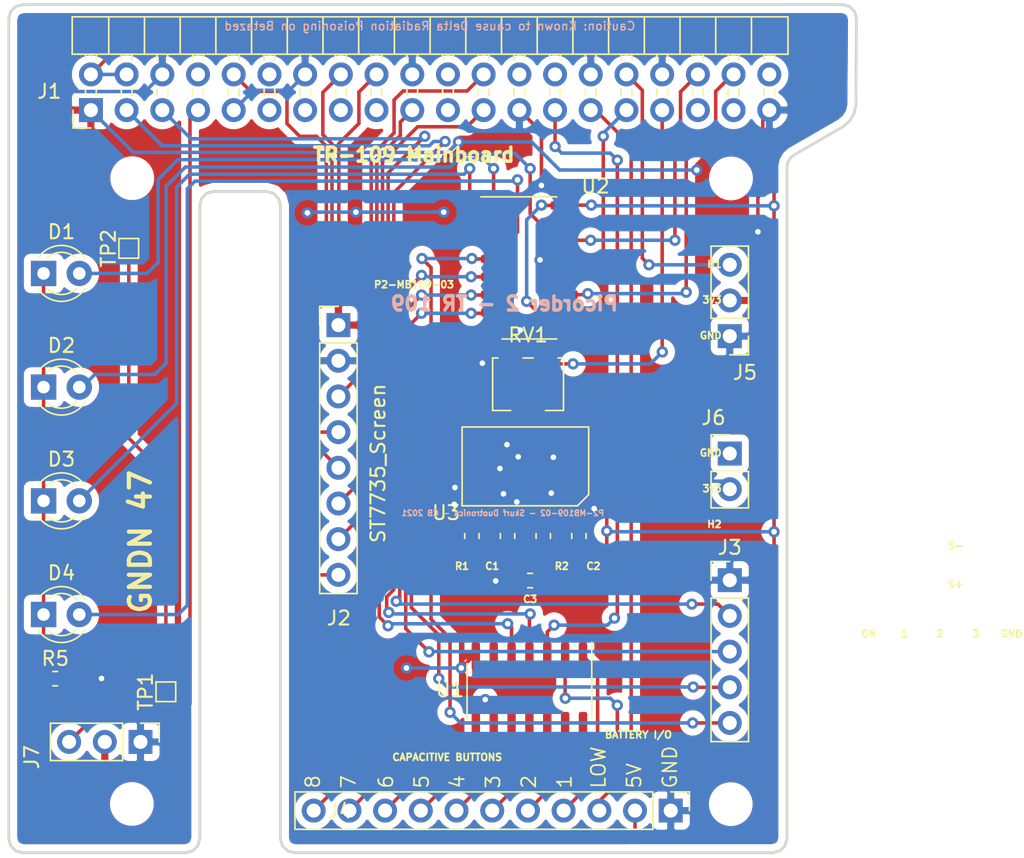
<source format=kicad_pcb>
(kicad_pcb (version 20171130) (host pcbnew "(5.1.10-1-10_14)")
  (title_block (title "Picorder 2 - Main Board") (date 2021-05-23) (rev 1) (company "Skurf Duotronics"))
  (layers (0 F.Cu signal) (31 B.Cu signal) (34 B.Paste user hide) (35 F.Paste user) (36 B.SilkS user) (37 F.SilkS user) (38 B.Mask user) (39 F.Mask user) (44 Edge.Cuts user))
  (net 0 "")
  (net 1 LED1)
  (net 2 ABDG_GND)
  (net 3 LED2)
  (net 4 LED3)
  (net 5 LED4)
  (net 6 "Net-(J1-Pad28)")
  (net 7 "Net-(J1-Pad26)")
  (net 8 SC_CS)
  (net 9 SC_SCK)
  (net 10 "Net-(J1-Pad22)")
  (net 11 "Net-(J1-Pad21)")
  (net 12 SC_SDA)
  (net 13 SC_RESET)
  (net 14 "Net-(J1-Pad17)")
  (net 15 SC_A0)
  (net 16 "Net-(J1-Pad15)")
  (net 17 "Net-(J1-Pad13)")
  (net 18 SC_LED)
  (net 19 "Net-(J1-Pad8)")
  (net 20 GND)
  (net 21 SCL)
  (net 22 5V)
  (net 23 SDA)
  (net 24 3v3)
  (net 25 Bat_GPIO)
  (net 26 LED_ON)
  (net 27 Shift_Clock)
  (net 28 Shift_Serial)
  (net 29 Shift_Latch)
  (net 30 "Net-(U2-Pad9)")
  (net 31 LED5)
  (net 32 LED6)
  (net 33 LED7)
  (net 34 Hall_Effect_Sensor)
  (net 35 Cap_6)
  (net 36 Cap_5)
  (net 37 Cap_4)
  (net 38 Cap_3)
  (net 39 Cap_2)
  (net 40 Cap_1)
  (net 41 "Net-(C1-Pad1)")
  (net 42 AUDIO)
  (net 43 "Net-(J6-Pad2)")
  (net 44 ALERT)
  (net 45 "Net-(TP1-Pad1)")
  (net 46 Hall_Effect_Sensor2)
  (net 47 "Net-(C1-Pad2)")
  (net 48 "Net-(C2-Pad1)")
  (net 49 "Net-(R1-Pad1)")
  (net 50 "Net-(R2-Pad1)")
  (net 51 "Net-(U3-Pad2)")
  (net 52 Shift_Latch_Sensor_Board)
  (net 53 Shift_Clock_Sensor_Board)
  (net 54 Shift_Serial_Sensor_Board)
  (net 55 "Net-(J1-Pad11)")
  (net 56 "Net-(J6-Pad1)")
  (net 57 Cap_7)
  (net 58 "Net-(J1-Pad12)")
  (net 59 Cap_8)
  (module Connector_PinHeader_2.54mm:PinHeader_1x11_P2.54mm_Vertical (layer F.Cu) (at 160.6506 128.4394 270)
    (fp_text reference J4 (at 0.0381 23.52519 180) (layer F.SilkS))
    (fp_text value Conn_01x09_Female)
    (pad 11 thru_hole oval (at 0 25.4 270) (size 1.7 1.7) (drill 1) (layers *.Cu *.Mask) (net 59 Cap_8))
    (pad 10 thru_hole oval (at 0 22.86 270) (size 1.7 1.7) (drill 1) (layers *.Cu *.Mask) (net 57 Cap_7))
    (pad 9 thru_hole oval (at 0 20.32 270) (size 1.7 1.7) (drill 1) (layers *.Cu *.Mask) (net 35 Cap_6))
    (pad 8 thru_hole oval (at 0 17.78 270) (size 1.7 1.7) (drill 1) (layers *.Cu *.Mask) (net 36 Cap_5))
    (pad 7 thru_hole oval (at 0 15.24 270) (size 1.7 1.7) (drill 1) (layers *.Cu *.Mask) (net 37 Cap_4))
    (pad 6 thru_hole oval (at 0 12.7 270) (size 1.7 1.7) (drill 1) (layers *.Cu *.Mask) (net 38 Cap_3))
    (pad 5 thru_hole oval (at 0 10.16 270) (size 1.7 1.7) (drill 1) (layers *.Cu *.Mask) (net 39 Cap_2))
    (pad 4 thru_hole oval (at 0 7.62 270) (size 1.7 1.7) (drill 1) (layers *.Cu *.Mask) (net 40 Cap_1))
    (pad 3 thru_hole oval (at 0 5.08 270) (size 1.7 1.7) (drill 1) (layers *.Cu *.Mask) (net 25 Bat_GPIO))
    (pad 2 thru_hole oval (at 0 2.54 270) (size 1.7 1.7) (drill 1) (layers *.Cu *.Mask) (net 22 5V))
    (pad 1 thru_hole rect (at 0 0 270) (size 1.7 1.7) (drill 1) (layers *.Cu *.Mask) (net 20 GND))
  )
  (module Connector_PinHeader_2.54mm:PinHeader_1x05_P2.54mm_Vertical (layer F.Cu) (at 164.8506 112.0394)
    (fp_text reference J3 (at 0 -2.33) (layer F.SilkS))
    (fp_text value Conn_01x04_Female)
    (pad 5 thru_hole oval (at 0 10.16) (size 1.7 1.7) (drill 1) (layers *.Cu *.Mask) (net 26 LED_ON))
    (pad 4 thru_hole oval (at 0 7.62) (size 1.7 1.7) (drill 1) (layers *.Cu *.Mask) (net 33 LED7))
    (pad 3 thru_hole oval (at 0 5.08) (size 1.7 1.7) (drill 1) (layers *.Cu *.Mask) (net 32 LED6))
    (pad 2 thru_hole oval (at 0 2.54) (size 1.7 1.7) (drill 1) (layers *.Cu *.Mask) (net 31 LED5))
    (pad 1 thru_hole rect (at 0 0) (size 1.7 1.7) (drill 1) (layers *.Cu *.Mask) (net 20 GND))
  )
  (module Package_SO:SOIC-16_3.9x9.9mm_P1.27mm (layer F.Cu) (at 150.5966 89.8094)
    (fp_text reference U2 (at 4.704 -5.82) (layer F.SilkS))
    (fp_text value 74HC595)
    (pad 16 smd roundrect (at 2.475 -4.445) (size 1.95 0.6) (layers F.Cu F.Paste F.Mask) (net 22 5V))
    (pad 15 smd roundrect (at 2.475 -3.175) (size 1.95 0.6) (layers F.Cu F.Paste F.Mask) (net 1 LED1))
    (pad 14 smd roundrect (at 2.475 -1.905) (size 1.95 0.6) (layers F.Cu F.Paste F.Mask) (net 28 Shift_Serial))
    (pad 13 smd roundrect (at 2.475 -0.635) (size 1.95 0.6) (layers F.Cu F.Paste F.Mask) (net 20 GND))
    (pad 12 smd roundrect (at 2.475 0.635) (size 1.95 0.6) (layers F.Cu F.Paste F.Mask) (net 29 Shift_Latch))
    (pad 11 smd roundrect (at 2.475 1.905) (size 1.95 0.6) (layers F.Cu F.Paste F.Mask) (net 27 Shift_Clock))
    (pad 10 smd roundrect (at 2.475 3.175) (size 1.95 0.6) (layers F.Cu F.Paste F.Mask) (net 22 5V))
    (pad 9 smd roundrect (at 2.475 4.445) (size 1.95 0.6) (layers F.Cu F.Paste F.Mask) (net 30 "Net-(U2-Pad9)"))
    (pad 8 smd roundrect (at -2.475 4.445) (size 1.95 0.6) (layers F.Cu F.Paste F.Mask) (net 20 GND))
    (pad 7 smd roundrect (at -2.475 3.175) (size 1.95 0.6) (layers F.Cu F.Paste F.Mask) (net 33 LED7))
    (pad 6 smd roundrect (at -2.475 1.905) (size 1.95 0.6) (layers F.Cu F.Paste F.Mask) (net 32 LED6))
    (pad 5 smd roundrect (at -2.475 0.635) (size 1.95 0.6) (layers F.Cu F.Paste F.Mask) (net 31 LED5))
    (pad 4 smd roundrect (at -2.475 -0.635) (size 1.95 0.6) (layers F.Cu F.Paste F.Mask) (net 26 LED_ON))
    (pad 3 smd roundrect (at -2.475 -1.905) (size 1.95 0.6) (layers F.Cu F.Paste F.Mask) (net 5 LED4))
    (pad 2 smd roundrect (at -2.475 -3.175) (size 1.95 0.6) (layers F.Cu F.Paste F.Mask) (net 4 LED3))
    (pad 1 smd roundrect (at -2.475 -4.445) (size 1.95 0.6) (layers F.Cu F.Paste F.Mask) (net 3 LED2))
  )
  (module Connector_PinHeader_2.54mm:PinHeader_1x02_P2.54mm_Vertical (layer F.Cu) (at 164.8506 103.0224)
    (fp_text reference J6 (at -1.1557 -2.5527) (layer F.SilkS))
    (fp_text value Conn_01x02_Female-Connector hide)
    (pad 2 thru_hole oval (at 0 2.54) (size 1.7 1.7) (drill 1) (layers *.Cu *.Mask) (net 43 "Net-(J6-Pad2)"))
    (pad 1 thru_hole rect (at 0 0) (size 1.7 1.7) (drill 1) (layers *.Cu *.Mask) (net 56 "Net-(J6-Pad1)"))
  )
  (module "Main Board:SOIC-8" (layer F.Cu) (at 150.3116 103.9384 90)
    (fp_text reference U3 (at -3.299 -5.639) (layer F.SilkS))
    (fp_text value PAM8302AAS)
    (pad 4 smd rect (at 1.905 3.25 90) (size 0.802 1.505) (layers F.Cu F.Paste F.Mask) (net 50 "Net-(R2-Pad1)"))
    (pad 5 smd rect (at 1.905 -3.25 90) (size 0.802 1.505) (layers F.Cu F.Paste F.Mask) (net 56 "Net-(J6-Pad1)"))
    (pad 3 smd rect (at 0.635 3.25 90) (size 0.802 1.505) (layers F.Cu F.Paste F.Mask) (net 49 "Net-(R1-Pad1)"))
    (pad 6 smd rect (at 0.635 -3.25 90) (size 0.802 1.505) (layers F.Cu F.Paste F.Mask) (net 22 5V))
    (pad 2 smd rect (at -0.635 3.25 90) (size 0.802 1.505) (layers F.Cu F.Paste F.Mask) (net 51 "Net-(U3-Pad2)"))
    (pad 7 smd rect (at -0.635 -3.25 90) (size 0.802 1.505) (layers F.Cu F.Paste F.Mask) (net 20 GND))
    (pad 1 smd rect (at -1.905 3.25 90) (size 0.802 1.505) (layers F.Cu F.Paste F.Mask) (net 22 5V))
    (pad 8 smd rect (at -1.905 -3.25 90) (size 0.802 1.505) (layers F.Cu F.Paste F.Mask) (net 43 "Net-(J6-Pad2)"))
  )
  (module Potentiometer_SMD:Potentiometer_Bourns_3214W_Vertical (layer F.Cu) (at 150.5006 98.0894)
    (fp_text reference RV1 (at 0 -3.5) (layer F.SilkS))
    (fp_text value 10K)
    (pad 3 smd rect (at -1.25 -1.45) (size 1.3 1.6) (layers F.Cu F.Paste F.Mask) (net 20 GND))
    (pad 2 smd rect (at 0 1.45) (size 2 1.6) (layers F.Cu F.Paste F.Mask) (net 47 "Net-(C1-Pad2)"))
    (pad 1 smd rect (at 1.25 -1.45) (size 1.3 1.6) (layers F.Cu F.Paste F.Mask) (net 42 AUDIO))
  )
  (module Resistor_SMD:R_0603_1608Metric_Pad1.05x0.95mm_HandSolder (layer F.Cu) (at 151.580766 108.8914 270)
    (fp_text reference R2 (at 2.148 -1.319834 180) (layer F.SilkS) (effects (font (size 0.5 0.5) (thickness 0.125))))
    (fp_text value 100)
    (pad 2 smd roundrect (at 0.875 0 270) (size 1.05 0.95) (layers F.Cu F.Paste F.Mask) (net 48 "Net-(C2-Pad1)"))
    (pad 1 smd roundrect (at -0.875 0 270) (size 1.05 0.95) (layers F.Cu F.Paste F.Mask) (net 50 "Net-(R2-Pad1)"))
  )
  (module Resistor_SMD:R_0603_1608Metric_Pad1.05x0.95mm_HandSolder (layer F.Cu) (at 146.5041 108.8914 270)
    (fp_text reference R1 (at 2.148 0.7035 180) (layer F.SilkS) (effects (font (size 0.5 0.5) (thickness 0.125))))
    (fp_text value 100)
    (pad 2 smd roundrect (at 0.875 0 270) (size 1.05 0.95) (layers F.Cu F.Paste F.Mask) (net 41 "Net-(C1-Pad1)"))
    (pad 1 smd roundrect (at -0.875 0 270) (size 1.05 0.95) (layers F.Cu F.Paste F.Mask) (net 49 "Net-(R1-Pad1)"))
  )
  (module Capacitor_SMD:C_0603_1608Metric_Pad1.05x0.95mm_HandSolder (layer F.Cu) (at 150.6406 112.0664)
    (fp_text reference C3 (at 0.01 1.323) (layer F.SilkS) (effects (font (size 0.5 0.5) (thickness 0.125))))
    (fp_text value 10uF)
    (pad 2 smd roundrect (at 0.875 0) (size 1.05 0.95) (layers F.Cu F.Paste F.Mask) (net 22 5V))
    (pad 1 smd roundrect (at -0.875 0) (size 1.05 0.95) (layers F.Cu F.Paste F.Mask) (net 20 GND))
  )
  (module Capacitor_SMD:C_0603_1608Metric_Pad1.05x0.95mm_HandSolder (layer F.Cu) (at 154.1191 108.8914 90)
    (fp_text reference C2 (at -2.148 1.0315 180) (layer F.SilkS) (effects (font (size 0.5 0.5) (thickness 0.125))))
    (fp_text value 1uF)
    (pad 2 smd roundrect (at 0.875 0 90) (size 1.05 0.95) (layers F.Cu F.Paste F.Mask) (net 20 GND))
    (pad 1 smd roundrect (at -0.875 0 90) (size 1.05 0.95) (layers F.Cu F.Paste F.Mask) (net 48 "Net-(C2-Pad1)"))
  )
  (module Capacitor_SMD:C_0603_1608Metric_Pad1.05x0.95mm_HandSolder (layer F.Cu) (at 149.042433 108.8914 90)
    (fp_text reference C1 (at -2.148 -1.091833) (layer F.SilkS) (effects (font (size 0.5 0.5) (thickness 0.125))))
    (fp_text value 1uF)
    (pad 2 smd roundrect (at 0.875 0 90) (size 1.05 0.95) (layers F.Cu F.Paste F.Mask) (net 47 "Net-(C1-Pad2)"))
    (pad 1 smd roundrect (at -0.875 0 90) (size 1.05 0.95) (layers F.Cu F.Paste F.Mask) (net 41 "Net-(C1-Pad1)"))
  )
  (module Connector_PinHeader_2.54mm:PinHeader_1x03_P2.54mm_Vertical (layer F.Cu) (at 122.9306 123.5494 270)
    (fp_text reference J7 (at 1.0795 7.7343 90) (layer F.SilkS))
    (fp_text value Conn_01x03_Female)
    (pad 3 thru_hole oval (at 0 5.08 270) (size 1.7 1.7) (drill 1) (layers *.Cu *.Mask) (net 46 Hall_Effect_Sensor2))
    (pad 2 thru_hole oval (at 0 2.54 270) (size 1.7 1.7) (drill 1) (layers *.Cu *.Mask) (net 24 3v3))
    (pad 1 thru_hole rect (at 0 0 270) (size 1.7 1.7) (drill 1) (layers *.Cu *.Mask) (net 20 GND))
  )
  (module TestPoint:TestPoint_Pad_1.0x1.0mm (layer F.Cu) (at 122.0978 88.4174 90)
    (fp_text reference TP2 (at 0 -1.448 90) (layer F.SilkS))
    (fp_text value TestPoint)
    (pad 1 smd rect (at 0 0 90) (size 1 1) (layers F.Cu F.Mask) (net 45 "Net-(TP1-Pad1)"))
  )
  (module TestPoint:TestPoint_Pad_1.0x1.0mm (layer F.Cu) (at 124.735701 119.980599 90)
    (fp_text reference TP1 (at 0 -1.448 90) (layer F.SilkS))
    (fp_text value TestPoint)
    (pad 1 smd rect (at 0 0 90) (size 1 1) (layers F.Cu F.Mask) (net 45 "Net-(TP1-Pad1)"))
  )
  (module MountingHole:MountingHole_2.1mm (layer F.Cu) (at 164.9349 83.439)
    (fp_text reference REF**)
    (fp_text value MountingHole_2.1mm)
    (pad "" np_thru_hole circle (at 0 0) (size 2.1 2.1) (drill 2.1) (layers *.Cu *.Mask))
  )
  (module MountingHole:MountingHole_2.1mm (layer F.Cu) (at 122.3391 83.4263)
    (fp_text reference REF**)
    (fp_text value MountingHole_2.1mm)
    (pad "" np_thru_hole circle (at 0 0) (size 2.1 2.1) (drill 2.1) (layers *.Cu *.Mask))
  )
  (module MountingHole:MountingHole_2.1mm (layer F.Cu) (at 164.9222 127.9779)
    (fp_text reference REF**)
    (fp_text value MountingHole_2.1mm)
    (pad "" np_thru_hole circle (at 0 0) (size 2.1 2.1) (drill 2.1) (layers *.Cu *.Mask))
  )
  (module Resistor_SMD:R_0603_1608Metric_Pad1.05x0.95mm_HandSolder (layer F.Cu) (at 116.8654 119.047)
    (fp_text reference R5 (at 0 -1.43) (layer F.SilkS))
    (fp_text value 100)
    (pad 2 smd roundrect (at 0.875 0) (size 1.05 0.95) (layers F.Cu F.Paste F.Mask) (net 20 GND))
    (pad 1 smd roundrect (at -0.875 0) (size 1.05 0.95) (layers F.Cu F.Paste F.Mask) (net 2 ABDG_GND))
  )
  (module MountingHole:MountingHole_2.1mm (layer F.Cu) (at 122.3137 127.9652)
    (fp_text reference REF**)
    (fp_text value MountingHole_2.1mm)
    (pad "" np_thru_hole circle (at 0 0) (size 2.1 2.1) (drill 2.1) (layers *.Cu *.Mask))
  )
  (module Connector_PinHeader_2.54mm:PinHeader_2x20_P2.54mm_Horizontal (layer F.Cu) (at 119.40176 78.57686 90)
    (fp_text reference J1 (at 1.33546 -2.95546 180) (layer F.SilkS))
    (fp_text value "Raspberry Pi Zero W")
    (pad 40 thru_hole oval (at 2.54 48.26 90) (size 1.7 1.7) (drill 1) (layers *.Cu *.Mask) (net 52 Shift_Latch_Sensor_Board))
    (pad 39 thru_hole oval (at 0 48.26 90) (size 1.7 1.7) (drill 1) (layers *.Cu *.Mask) (net 20 GND))
    (pad 38 thru_hole oval (at 2.54 45.72 90) (size 1.7 1.7) (drill 1) (layers *.Cu *.Mask) (net 27 Shift_Clock))
    (pad 37 thru_hole oval (at 0 45.72 90) (size 1.7 1.7) (drill 1) (layers *.Cu *.Mask) (net 53 Shift_Clock_Sensor_Board))
    (pad 36 thru_hole oval (at 2.54 43.18 90) (size 1.7 1.7) (drill 1) (layers *.Cu *.Mask) (net 28 Shift_Serial))
    (pad 35 thru_hole oval (at 0 43.18 90) (size 1.7 1.7) (drill 1) (layers *.Cu *.Mask) (net 54 Shift_Serial_Sensor_Board))
    (pad 34 thru_hole oval (at 2.54 40.64 90) (size 1.7 1.7) (drill 1) (layers *.Cu *.Mask) (net 20 GND))
    (pad 33 thru_hole oval (at 0 40.64 90) (size 1.7 1.7) (drill 1) (layers *.Cu *.Mask) (net 42 AUDIO))
    (pad 32 thru_hole oval (at 2.54 38.1 90) (size 1.7 1.7) (drill 1) (layers *.Cu *.Mask) (net 34 Hall_Effect_Sensor))
    (pad 31 thru_hole oval (at 0 38.1 90) (size 1.7 1.7) (drill 1) (layers *.Cu *.Mask) (net 29 Shift_Latch))
    (pad 30 thru_hole oval (at 2.54 35.56 90) (size 1.7 1.7) (drill 1) (layers *.Cu *.Mask) (net 20 GND))
    (pad 29 thru_hole oval (at 0 35.56 90) (size 1.7 1.7) (drill 1) (layers *.Cu *.Mask) (net 25 Bat_GPIO))
    (pad 28 thru_hole oval (at 2.54 33.02 90) (size 1.7 1.7) (drill 1) (layers *.Cu *.Mask) (net 6 "Net-(J1-Pad28)"))
    (pad 27 thru_hole oval (at 0 33.02 90) (size 1.7 1.7) (drill 1) (layers *.Cu *.Mask) (net 44 ALERT))
    (pad 26 thru_hole oval (at 2.54 30.48 90) (size 1.7 1.7) (drill 1) (layers *.Cu *.Mask) (net 7 "Net-(J1-Pad26)"))
    (pad 25 thru_hole oval (at 0 30.48 90) (size 1.7 1.7) (drill 1) (layers *.Cu *.Mask) (net 20 GND))
    (pad 24 thru_hole oval (at 2.54 27.94 90) (size 1.7 1.7) (drill 1) (layers *.Cu *.Mask) (net 8 SC_CS))
    (pad 23 thru_hole oval (at 0 27.94 90) (size 1.7 1.7) (drill 1) (layers *.Cu *.Mask) (net 9 SC_SCK))
    (pad 22 thru_hole oval (at 2.54 25.4 90) (size 1.7 1.7) (drill 1) (layers *.Cu *.Mask) (net 10 "Net-(J1-Pad22)"))
    (pad 21 thru_hole oval (at 0 25.4 90) (size 1.7 1.7) (drill 1) (layers *.Cu *.Mask) (net 11 "Net-(J1-Pad21)"))
    (pad 20 thru_hole oval (at 2.54 22.86 90) (size 1.7 1.7) (drill 1) (layers *.Cu *.Mask) (net 20 GND))
    (pad 19 thru_hole oval (at 0 22.86 90) (size 1.7 1.7) (drill 1) (layers *.Cu *.Mask) (net 12 SC_SDA))
    (pad 18 thru_hole oval (at 2.54 20.32 90) (size 1.7 1.7) (drill 1) (layers *.Cu *.Mask) (net 13 SC_RESET))
    (pad 17 thru_hole oval (at 0 20.32 90) (size 1.7 1.7) (drill 1) (layers *.Cu *.Mask) (net 14 "Net-(J1-Pad17)"))
    (pad 16 thru_hole oval (at 2.54 17.78 90) (size 1.7 1.7) (drill 1) (layers *.Cu *.Mask) (net 15 SC_A0))
    (pad 15 thru_hole oval (at 0 17.78 90) (size 1.7 1.7) (drill 1) (layers *.Cu *.Mask) (net 16 "Net-(J1-Pad15)"))
    (pad 14 thru_hole oval (at 2.54 15.24 90) (size 1.7 1.7) (drill 1) (layers *.Cu *.Mask) (net 20 GND))
    (pad 13 thru_hole oval (at 0 15.24 90) (size 1.7 1.7) (drill 1) (layers *.Cu *.Mask) (net 17 "Net-(J1-Pad13)"))
    (pad 12 thru_hole oval (at 2.54 12.7 90) (size 1.7 1.7) (drill 1) (layers *.Cu *.Mask) (net 58 "Net-(J1-Pad12)"))
    (pad 11 thru_hole oval (at 0 12.7 90) (size 1.7 1.7) (drill 1) (layers *.Cu *.Mask) (net 55 "Net-(J1-Pad11)"))
    (pad 10 thru_hole oval (at 2.54 10.16 90) (size 1.7 1.7) (drill 1) (layers *.Cu *.Mask) (net 18 SC_LED))
    (pad 9 thru_hole oval (at 0 10.16 90) (size 1.7 1.7) (drill 1) (layers *.Cu *.Mask) (net 20 GND))
    (pad 8 thru_hole oval (at 2.54 7.62 90) (size 1.7 1.7) (drill 1) (layers *.Cu *.Mask) (net 19 "Net-(J1-Pad8)"))
    (pad 7 thru_hole oval (at 0 7.62 90) (size 1.7 1.7) (drill 1) (layers *.Cu *.Mask) (net 46 Hall_Effect_Sensor2))
    (pad 6 thru_hole oval (at 2.54 5.08 90) (size 1.7 1.7) (drill 1) (layers *.Cu *.Mask) (net 20 GND))
    (pad 5 thru_hole oval (at 0 5.08 90) (size 1.7 1.7) (drill 1) (layers *.Cu *.Mask) (net 21 SCL))
    (pad 4 thru_hole oval (at 2.54 2.54 90) (size 1.7 1.7) (drill 1) (layers *.Cu *.Mask) (net 22 5V))
    (pad 3 thru_hole oval (at 0 2.54 90) (size 1.7 1.7) (drill 1) (layers *.Cu *.Mask) (net 23 SDA))
    (pad 2 thru_hole oval (at 2.54 0 90) (size 1.7 1.7) (drill 1) (layers *.Cu *.Mask) (net 22 5V))
    (pad 1 thru_hole rect (at 0 0 90) (size 1.7 1.7) (drill 1) (layers *.Cu *.Mask) (net 24 3v3))
  )
  (module Connector_PinHeader_2.54mm:PinHeader_1x03_P2.54mm_Vertical (layer F.Cu) (at 164.8506 94.6658 180)
    (fp_text reference J5 (at -1.0795 -2.5908) (layer F.SilkS))
    (fp_text value Conn_01x03_Female)
    (pad 3 thru_hole oval (at 0 5.08 180) (size 1.7 1.7) (drill 1) (layers *.Cu *.Mask) (net 34 Hall_Effect_Sensor))
    (pad 2 thru_hole oval (at 0 2.54 180) (size 1.7 1.7) (drill 1) (layers *.Cu *.Mask) (net 24 3v3))
    (pad 1 thru_hole rect (at 0 0 180) (size 1.7 1.7) (drill 1) (layers *.Cu *.Mask) (net 20 GND))
  )
  (module LED_THT:LED_D3.0mm (layer F.Cu) (at 116.03466 114.48326)
    (fp_text reference D4 (at 1.27 -2.96) (layer F.SilkS))
    (fp_text value LED)
    (pad 2 thru_hole circle (at 2.54 0) (size 1.8 1.8) (drill 0.9) (layers *.Cu *.Mask) (net 5 LED4))
    (pad 1 thru_hole rect (at 0 0) (size 1.8 1.8) (drill 0.9) (layers *.Cu *.Mask) (net 2 ABDG_GND))
  )
  (module LED_THT:LED_D3.0mm (layer F.Cu) (at 116.03466 106.389126)
    (fp_text reference D3 (at 1.27 -2.96) (layer F.SilkS))
    (fp_text value LED)
    (pad 2 thru_hole circle (at 2.54 0) (size 1.8 1.8) (drill 0.9) (layers *.Cu *.Mask) (net 4 LED3))
    (pad 1 thru_hole rect (at 0 0) (size 1.8 1.8) (drill 0.9) (layers *.Cu *.Mask) (net 2 ABDG_GND))
  )
  (module LED_THT:LED_D3.0mm (layer F.Cu) (at 116.03466 98.294993)
    (fp_text reference D2 (at 1.27 -2.96) (layer F.SilkS))
    (fp_text value LED)
    (pad 2 thru_hole circle (at 2.54 0) (size 1.8 1.8) (drill 0.9) (layers *.Cu *.Mask) (net 3 LED2))
    (pad 1 thru_hole rect (at 0 0) (size 1.8 1.8) (drill 0.9) (layers *.Cu *.Mask) (net 2 ABDG_GND))
  )
  (module LED_THT:LED_D3.0mm (layer F.Cu) (at 116.03466 90.20086)
    (fp_text reference D1 (at 1.27 -2.96) (layer F.SilkS))
    (fp_text value LED)
    (pad 2 thru_hole circle (at 2.54 0) (size 1.8 1.8) (drill 0.9) (layers *.Cu *.Mask) (net 1 LED1))
    (pad 1 thru_hole rect (at 0 0) (size 1.8 1.8) (drill 0.9) (layers *.Cu *.Mask) (net 2 ABDG_GND))
  )
  (module Package_SO:SOIC-14_3.9x8.7mm_P1.27mm (layer F.Cu) (at 150.5966 119.9134 270)
    (fp_text reference U1 (at -0.06604 5.65404 180) (layer F.SilkS))
    (fp_text value CAP1208)
    (pad 14 smd roundrect (at 2.475 -3.81 270) (size 1.95 0.6) (layers F.Cu F.Paste F.Mask) (net 38 Cap_3))
    (pad 13 smd roundrect (at 2.475 -2.54 270) (size 1.95 0.6) (layers F.Cu F.Paste F.Mask) (net 37 Cap_4))
    (pad 12 smd roundrect (at 2.475 -1.27 270) (size 1.95 0.6) (layers F.Cu F.Paste F.Mask) (net 36 Cap_5))
    (pad 11 smd roundrect (at 2.475 0 270) (size 1.95 0.6) (layers F.Cu F.Paste F.Mask) (net 35 Cap_6))
    (pad 10 smd roundrect (at 2.475 1.27 270) (size 1.95 0.6) (layers F.Cu F.Paste F.Mask) (net 57 Cap_7))
    (pad 9 smd roundrect (at 2.475 2.54 270) (size 1.95 0.6) (layers F.Cu F.Paste F.Mask) (net 59 Cap_8))
    (pad 8 smd roundrect (at 2.475 3.81 270) (size 1.95 0.6) (layers F.Cu F.Paste F.Mask) (net 20 GND))
    (pad 7 smd roundrect (at -2.475 3.81 270) (size 1.95 0.6) (layers F.Cu F.Paste F.Mask) (net 24 3v3))
    (pad 6 smd roundrect (at -2.475 2.54 270) (size 1.95 0.6) (layers F.Cu F.Paste F.Mask))
    (pad 5 smd roundrect (at -2.475 1.27 270) (size 1.95 0.6) (layers F.Cu F.Paste F.Mask) (net 21 SCL))
    (pad 4 smd roundrect (at -2.475 0 270) (size 1.95 0.6) (layers F.Cu F.Paste F.Mask) (net 23 SDA))
    (pad 3 smd roundrect (at -2.475 -1.27 270) (size 1.95 0.6) (layers F.Cu F.Paste F.Mask) (net 44 ALERT))
    (pad 2 smd roundrect (at -2.475 -2.54 270) (size 1.95 0.6) (layers F.Cu F.Paste F.Mask) (net 40 Cap_1))
    (pad 1 smd roundrect (at -2.475 -3.81 270) (size 1.95 0.6) (layers F.Cu F.Paste F.Mask) (net 39 Cap_2))
  )
  (module Connector_PinHeader_2.54mm:PinHeader_1x08_P2.54mm_Vertical (layer F.Cu) (at 137.0076 93.8784)
    (fp_text reference J2 (at 0.03064 20.86064) (layer F.SilkS))
    (fp_text value ST7735_Screen (at 2.8221 9.83958 90) (layer F.SilkS))
    (pad 8 thru_hole oval (at 0 17.78) (size 1.7 1.7) (drill 1) (layers *.Cu *.Mask) (net 18 SC_LED))
    (pad 7 thru_hole oval (at 0 15.24) (size 1.7 1.7) (drill 1) (layers *.Cu *.Mask) (net 9 SC_SCK))
    (pad 6 thru_hole oval (at 0 12.7) (size 1.7 1.7) (drill 1) (layers *.Cu *.Mask) (net 12 SC_SDA))
    (pad 5 thru_hole oval (at 0 10.16) (size 1.7 1.7) (drill 1) (layers *.Cu *.Mask) (net 15 SC_A0))
    (pad 4 thru_hole oval (at 0 7.62) (size 1.7 1.7) (drill 1) (layers *.Cu *.Mask) (net 13 SC_RESET))
    (pad 3 thru_hole oval (at 0 5.08) (size 1.7 1.7) (drill 1) (layers *.Cu *.Mask) (net 8 SC_CS))
    (pad 2 thru_hole oval (at 0 2.54) (size 1.7 1.7) (drill 1) (layers *.Cu *.Mask) (net 20 GND))
    (pad 1 thru_hole rect (at 0 0) (size 1.7 1.7) (drill 1) (layers *.Cu *.Mask) (net 24 3v3))
  )
  (gr_text P2-MB109-03 (at 139.471444 90.9955) (layer F.SilkS) (effects (font (size 0.5 0.5) (thickness 0.125)) (justify left)))
  (gr_text 8 (at 135.18935 126.387019 90) (layer F.SilkS) (effects (font (size 1 1) (thickness 0.125))))
  (gr_text 7 (at 137.72935 126.387019 90) (layer F.SilkS) (effects (font (size 1 1) (thickness 0.125))))
  (gr_text GND (at 160.58935 125.3394 90) (layer F.SilkS) (effects (font (size 1 1) (thickness 0.125))))
  (gr_text "TR-109 Mainboard" (at 142.367277 81.7626) (layer F.SilkS) (effects (font (size 1 1) (thickness 0.25))))
  (gr_text "BATTERY I/O" (at 158.3506 123.0394) (layer F.SilkS) (effects (font (size 0.5 0.5) (thickness 0.125))))
  (gr_text "CAPACITIVE BUTTONS" (at 144.7506 124.6394) (layer F.SilkS) (effects (font (size 0.5 0.5) (thickness 0.125))))
  (gr_text 3v3 (at 164.338 92.07955) (layer F.SilkS) (effects (font (size 0.5 0.5) (thickness 0.125)) (justify right)))
  (gr_text H1 (at 164.338 89.53955) (layer F.SilkS) (effects (font (size 0.5 0.5) (thickness 0.125)) (justify right)))
  (gr_text GND (at 164.338 94.61955) (layer F.SilkS) (effects (font (size 0.5 0.5) (thickness 0.125)) (justify right)))
  (gr_text GND (at 164.338 102.97615) (layer F.SilkS) (effects (font (size 0.5 0.5) (thickness 0.125)) (justify right)))
  (gr_text H2 (at 164.338 108.05615) (layer F.SilkS) (effects (font (size 0.5 0.5) (thickness 0.125)) (justify right)))
  (gr_text 3v3 (at 164.338 105.51615) (layer F.SilkS) (effects (font (size 0.5 0.5) (thickness 0.125)) (justify right)))
  (gr_text S+ (at 180.9285 112.3273) (layer F.SilkS) (effects (font (size 0.5 0.5) (thickness 0.125))))
  (gr_text S- (at 180.9285 109.57595) (layer F.SilkS) (effects (font (size 0.5 0.5) (thickness 0.125))))
  (gr_text GND (at 184.90164 115.8521) (layer F.SilkS) (effects (font (size 0.5 0.5) (thickness 0.125))))
  (gr_text 3 (at 182.36164 115.8521) (layer F.SilkS) (effects (font (size 0.5 0.5) (thickness 0.125))))
  (gr_text 2 (at 179.7937 115.8521) (layer F.SilkS) (effects (font (size 0.5 0.5) (thickness 0.125))))
  (gr_text 1 (at 177.28164 115.8521) (layer F.SilkS) (effects (font (size 0.5 0.5) (thickness 0.125))))
  (gr_text ON (at 174.74164 115.8521) (layer F.SilkS) (effects (font (size 0.5 0.5) (thickness 0.125))))
  (gr_text "GNDN 47" (at 122.9233 109.2962 90) (layer F.SilkS) (effects (font (size 1.5 1.5) (thickness 0.3))))
  (gr_text "Caution: Known to cause Delta Radiation Poisoning on Betazed" (at 158.191046 72.5932) (layer B.SilkS) (effects (font (size 0.6 0.6) (thickness 0.1)) (justify left mirror)))
  (gr_text "Picorder 2 - TR 109" (at 148.818044 92.3544) (layer B.SilkS) (effects (font (size 1 1) (thickness 0.25)) (justify mirror)))
  (gr_text 6 (at 140.39185 126.387019 90) (layer F.SilkS) (effects (font (size 1 1) (thickness 0.125))))
  (gr_text 5 (at 142.93185 126.387019 90) (layer F.SilkS) (effects (font (size 1 1) (thickness 0.125))))
  (gr_text 4 (at 145.47185 126.387019 90) (layer F.SilkS) (effects (font (size 1 1) (thickness 0.125))))
  (gr_text 3 (at 148.01185 126.387019 90) (layer F.SilkS) (effects (font (size 1 1) (thickness 0.125))))
  (gr_text 2 (at 150.55185 126.387019 90) (layer F.SilkS) (effects (font (size 1 1) (thickness 0.125))))
  (gr_text 1 (at 153.09185 126.387019 90) (layer F.SilkS) (effects (font (size 1 1) (thickness 0.125))))
  (gr_line (start 113.55777 130.43674) (end 113.69176 130.93671) (layer Edge.Cuts) (width 0.2))
  (gr_text LOW (at 155.50935 125.363209 90) (layer F.SilkS) (effects (font (size 1 1) (thickness 0.125))))
  (gr_text 5V (at 158.04935 125.958447 90) (layer F.SilkS) (effects (font (size 1 1) (thickness 0.125))))
  (gr_line (start 113.69176 71.56686) (end 114.05779 71.20082) (layer Edge.Cuts) (width 0.2))
  (gr_line (start 114.05779 71.20082) (end 114.55781 71.06683) (layer Edge.Cuts) (width 0.2))
  (gr_line (start 113.55777 72.06688) (end 113.55777 130.43674) (layer Edge.Cuts) (width 0.2))
  (gr_line (start 114.05779 131.30274) (end 114.55781 131.43673) (layer Edge.Cuts) (width 0.2))
  (gr_line (start 113.69176 130.93671) (end 114.05779 131.30274) (layer Edge.Cuts) (width 0.2))
  (gr_line (start 113.55777 72.06688) (end 113.69176 71.56686) (layer Edge.Cuts) (width 0.2))
  (gr_line (start 132.88577 130.43674) (end 132.88577 85.3633) (layer Edge.Cuts) (width 0.2))
  (gr_line (start 172.87332 71.06659) (end 173.37239 71.20058) (layer Edge.Cuts) (width 0.2))
  (gr_line (start 128.14845 84.36332) (end 131.88578 84.36332) (layer Edge.Cuts) (width 0.2))
  (gr_line (start 114.55781 71.06683) (end 172.87332 71.06659) (layer Edge.Cuts) (width 0.2))
  (gr_line (start 173.7358 71.56662) (end 173.86615 72.06658) (layer Edge.Cuts) (width 0.2))
  (gr_line (start 126.14871 131.43673) (end 114.55781 131.43673) (layer Edge.Cuts) (width 0.2))
  (gr_line (start 127.01477 130.93671) (end 127.14876 130.43674) (layer Edge.Cuts) (width 0.2))
  (gr_line (start 126.64874 131.30274) (end 127.01477 130.93671) (layer Edge.Cuts) (width 0.2))
  (gr_line (start 126.14871 131.43673) (end 126.64874 131.30274) (layer Edge.Cuts) (width 0.2))
  (gr_line (start 173.86615 72.06658) (end 173.82205 78.22601) (layer Edge.Cuts) (width 0.2))
  (gr_line (start 127.14846 85.36336) (end 127.14876 130.43674) (layer Edge.Cuts) (width 0.2))
  (gr_line (start 167.9163 131.43673) (end 133.885748 131.43673) (layer Edge.Cuts) (width 0.2))
  (gr_line (start 173.38318 79.34258) (end 172.94955 79.72715) (layer Edge.Cuts) (width 0.2))
  (gr_line (start 173.70254 78.79314) (end 173.38318 79.34258) (layer Edge.Cuts) (width 0.2))
  (gr_line (start 173.82205 78.22601) (end 173.70254 78.79314) (layer Edge.Cuts) (width 0.2))
  (gr_line (start 168.97845 82.29581) (end 168.91617 82.60051) (layer Edge.Cuts) (width 0.2))
  (gr_line (start 169.14863 82.00059) (end 168.97845 82.29581) (layer Edge.Cuts) (width 0.2))
  (gr_line (start 169.38108 81.79394) (end 169.14863 82.00059) (layer Edge.Cuts) (width 0.2))
  (gr_line (start 127.28245 84.86334) (end 127.14846 85.36336) (layer Edge.Cuts) (width 0.2))
  (gr_line (start 127.64848 84.49731) (end 127.28245 84.86334) (layer Edge.Cuts) (width 0.2))
  (gr_line (start 128.14845 84.36332) (end 127.64848 84.49731) (layer Edge.Cuts) (width 0.2))
  (gr_line (start 132.38574 84.49731) (end 131.88578 84.36332) (layer Edge.Cuts) (width 0.2))
  (gr_line (start 132.75177 84.86328) (end 132.38574 84.49731) (layer Edge.Cuts) (width 0.2))
  (gr_line (start 132.88577 85.3633) (end 132.75177 84.86328) (layer Edge.Cuts) (width 0.2))
  (gr_line (start 172.94955 79.72715) (end 169.38108 81.79394) (layer Edge.Cuts) (width 0.2))
  (gr_line (start 133.01976 130.93671) (end 132.88577 130.43674) (layer Edge.Cuts) (width 0.2))
  (gr_line (start 133.38579 131.30274) (end 133.01976 130.93671) (layer Edge.Cuts) (width 0.2))
  (gr_line (start 133.885748 131.43673) (end 133.38579 131.30274) (layer Edge.Cuts) (width 0.2))
  (gr_line (start 168.78235 130.93671) (end 168.91629 130.43674) (layer Edge.Cuts) (width 0.2))
  (gr_line (start 168.41632 131.30274) (end 168.78235 130.93671) (layer Edge.Cuts) (width 0.2))
  (gr_line (start 167.9163 131.43673) (end 168.41632 131.30274) (layer Edge.Cuts) (width 0.2))
  (gr_line (start 173.37239 71.20058) (end 173.7358 71.56662) (layer Edge.Cuts) (width 0.2))
  (gr_line (start 168.91617 82.60051) (end 168.91629 130.43674) (layer Edge.Cuts) (width 0.2))
  (gr_text "P2-MB109-02 - Skurf Duotronics - CB 2021" (at 155.967555 107.2642) (layer B.SilkS) (effects (font (size 0.4 0.4) (thickness 0.1)) (justify left mirror)))
  (via (at 150.6506 82.7394) (size 0.8) (drill 0.4) (layers F.Cu B.Cu) (net 1))
  (segment (start 150.6506 82.7394) (end 150.6506 85.9394) (width 0.25) (layer F.Cu) (net 1))
  (segment (start 151.3456 86.6344) (end 153.0716 86.6344) (width 0.25) (layer F.Cu) (net 1))
  (segment (start 150.6506 85.9394) (end 151.3456 86.6344) (width 0.25) (layer F.Cu) (net 1))
  (segment (start 150.250601 82.339401) (end 150.6506 82.7394) (width 0.25) (layer B.Cu) (net 1))
  (segment (start 144.89914 82.119213) (end 145.358764 81.659589) (width 0.25) (layer B.Cu) (net 1))
  (segment (start 124.1806 89.4207) (end 124.1806 83.51121) (width 0.25) (layer B.Cu) (net 1))
  (segment (start 145.358764 81.659589) (end 149.570789 81.659589) (width 0.25) (layer B.Cu) (net 1))
  (segment (start 149.570789 81.659589) (end 150.250601 82.339401) (width 0.25) (layer B.Cu) (net 1))
  (segment (start 124.1806 83.51121) (end 125.58631 82.1055) (width 0.25) (layer B.Cu) (net 1))
  (segment (start 142.458762 82.119213) (end 144.89914 82.119213) (width 0.25) (layer B.Cu) (net 1))
  (segment (start 118.77466 90.20086) (end 123.40044 90.20086) (width 0.25) (layer B.Cu) (net 1))
  (segment (start 142.445049 82.1055) (end 142.458762 82.119213) (width 0.25) (layer B.Cu) (net 1))
  (segment (start 123.40044 90.20086) (end 124.1806 89.4207) (width 0.25) (layer B.Cu) (net 1))
  (segment (start 125.58631 82.1055) (end 142.445049 82.1055) (width 0.25) (layer B.Cu) (net 1))
  (segment (start 116.03466 114.48326) (end 116.03466 106.389126) (width 0.25) (layer F.Cu) (net 2))
  (segment (start 116.03466 98.494993) (end 116.23466 98.294993) (width 0.25) (layer F.Cu) (net 2))
  (segment (start 116.03466 106.389126) (end 116.03466 98.494993) (width 0.25) (layer F.Cu) (net 2))
  (segment (start 115.9904 114.52752) (end 116.03466 114.48326) (width 0.25) (layer F.Cu) (net 2))
  (segment (start 116.03466 90.20086) (end 116.03466 98.294993) (width 0.25) (layer F.Cu) (net 2))
  (segment (start 116.03466 119.00274) (end 115.9904 119.047) (width 0.25) (layer F.Cu) (net 2))
  (segment (start 116.03466 114.48326) (end 116.03466 119.00274) (width 0.25) (layer F.Cu) (net 2))
  (segment (start 123.953306 97.394994) (end 119.674659 97.394994) (width 0.25) (layer B.Cu) (net 3))
  (segment (start 124.7521 96.5962) (end 123.953306 97.394994) (width 0.25) (layer B.Cu) (net 3))
  (segment (start 124.7521 83.9978) (end 124.7521 96.5962) (width 0.25) (layer B.Cu) (net 3))
  (segment (start 126.1237 82.6262) (end 124.7521 83.9978) (width 0.25) (layer B.Cu) (net 3))
  (segment (start 119.674659 97.394994) (end 118.77466 98.294993) (width 0.25) (layer B.Cu) (net 3))
  (segment (start 133.5659 82.6262) (end 126.1237 82.6262) (width 0.25) (layer B.Cu) (net 3))
  (via (at 148.0506 82.7394) (size 0.8) (drill 0.4) (layers F.Cu B.Cu) (net 3))
  (segment (start 147.373199 82.061999) (end 148.0506 82.7394) (width 0.25) (layer B.Cu) (net 3))
  (segment (start 145.525447 82.061999) (end 147.373199 82.061999) (width 0.25) (layer B.Cu) (net 3))
  (segment (start 144.961246 82.6262) (end 145.525447 82.061999) (width 0.25) (layer B.Cu) (net 3))
  (segment (start 133.5659 82.6262) (end 144.961246 82.6262) (width 0.25) (layer B.Cu) (net 3))
  (segment (start 148.0506 85.2934) (end 148.1216 85.3644) (width 0.25) (layer F.Cu) (net 3))
  (segment (start 148.0506 82.7394) (end 148.0506 85.2934) (width 0.25) (layer F.Cu) (net 3))
  (via (at 146.3506 82.7394) (size 0.8) (drill 0.4) (layers F.Cu B.Cu) (net 4))
  (segment (start 125.5014 99.462386) (end 125.5014 84.0613) (width 0.25) (layer B.Cu) (net 4))
  (segment (start 118.57466 106.389126) (end 125.5014 99.462386) (width 0.25) (layer B.Cu) (net 4))
  (segment (start 126.423301 83.139399) (end 145.950601 83.139399) (width 0.25) (layer B.Cu) (net 4))
  (segment (start 125.5014 84.0613) (end 126.423301 83.139399) (width 0.25) (layer B.Cu) (net 4))
  (segment (start 145.950601 83.139399) (end 146.3506 82.7394) (width 0.25) (layer B.Cu) (net 4))
  (segment (start 146.3506 86.0894) (end 146.3506 82.7394) (width 0.25) (layer F.Cu) (net 4))
  (segment (start 146.8956 86.6344) (end 146.3506 86.0894) (width 0.25) (layer F.Cu) (net 4))
  (segment (start 148.1216 86.6344) (end 146.8956 86.6344) (width 0.25) (layer F.Cu) (net 4))
  (segment (start 126.2634 113.8301) (end 125.61024 114.48326) (width 0.25) (layer B.Cu) (net 5))
  (segment (start 126.8095 83.6295) (end 126.2634 84.1756) (width 0.25) (layer B.Cu) (net 5))
  (segment (start 133.096 83.6295) (end 126.8095 83.6295) (width 0.25) (layer B.Cu) (net 5))
  (segment (start 126.2634 84.1756) (end 126.2634 113.8301) (width 0.25) (layer B.Cu) (net 5))
  (segment (start 125.61024 114.48326) (end 118.57466 114.48326) (width 0.25) (layer B.Cu) (net 5))
  (via (at 149.7506 83.5394) (size 0.8) (drill 0.4) (layers F.Cu B.Cu) (net 5))
  (segment (start 149.6605 83.6295) (end 149.7506 83.5394) (width 0.25) (layer B.Cu) (net 5))
  (segment (start 133.096 83.6295) (end 149.6605 83.6295) (width 0.25) (layer B.Cu) (net 5))
  (segment (start 149.7506 87.2504) (end 149.0966 87.9044) (width 0.25) (layer F.Cu) (net 5))
  (segment (start 149.0966 87.9044) (end 148.1216 87.9044) (width 0.25) (layer F.Cu) (net 5))
  (segment (start 149.7506 83.5394) (end 149.7506 87.2504) (width 0.25) (layer F.Cu) (net 5))
  (segment (start 146.16262 77.216) (end 147.34176 76.03686) (width 0.25) (layer F.Cu) (net 8))
  (segment (start 141.605 77.216) (end 146.16262 77.216) (width 0.25) (layer F.Cu) (net 8))
  (segment (start 139.336134 91.07857) (end 139.340956 91.073748) (width 0.25) (layer F.Cu) (net 8))
  (segment (start 140.97 80.2005) (end 140.97 77.851) (width 0.25) (layer F.Cu) (net 8))
  (segment (start 139.336134 96.629866) (end 139.336134 91.07857) (width 0.25) (layer F.Cu) (net 8))
  (segment (start 139.340956 91.073748) (end 139.340956 81.829544) (width 0.25) (layer F.Cu) (net 8))
  (segment (start 137.0076 98.9584) (end 139.336134 96.629866) (width 0.25) (layer F.Cu) (net 8))
  (segment (start 139.340956 81.829544) (end 140.97 80.2005) (width 0.25) (layer F.Cu) (net 8))
  (segment (start 140.97 77.851) (end 141.605 77.216) (width 0.25) (layer F.Cu) (net 8))
  (segment (start 142.640401 79.761999) (end 140.145778 82.256622) (width 0.25) (layer F.Cu) (net 9))
  (segment (start 140.140956 91.411938) (end 140.140956 105.985044) (width 0.25) (layer F.Cu) (net 9))
  (segment (start 140.145778 82.256622) (end 140.145778 91.407116) (width 0.25) (layer F.Cu) (net 9))
  (segment (start 147.34176 78.57686) (end 146.156621 79.761999) (width 0.25) (layer F.Cu) (net 9))
  (segment (start 140.145778 91.407116) (end 140.140956 91.411938) (width 0.25) (layer F.Cu) (net 9))
  (segment (start 140.140956 105.985044) (end 137.0076 109.1184) (width 0.25) (layer F.Cu) (net 9))
  (segment (start 146.156621 79.761999) (end 142.640401 79.761999) (width 0.25) (layer F.Cu) (net 9))
  (segment (start 141.8336 78.613) (end 142.3162 78.1304) (width 0.25) (layer F.Cu) (net 12))
  (segment (start 139.738545 91.245254) (end 139.738545 103.847455) (width 0.25) (layer F.Cu) (net 12))
  (segment (start 139.738545 103.847455) (end 137.0076 106.5784) (width 0.25) (layer F.Cu) (net 12))
  (segment (start 139.743367 82.049433) (end 139.743367 91.240432) (width 0.25) (layer F.Cu) (net 12))
  (segment (start 139.743367 91.240432) (end 139.738545 91.245254) (width 0.25) (layer F.Cu) (net 12))
  (segment (start 141.411761 79.426859) (end 141.411761 80.381039) (width 0.25) (layer F.Cu) (net 12))
  (segment (start 141.411761 80.381039) (end 139.743367 82.049433) (width 0.25) (layer F.Cu) (net 12))
  (segment (start 142.26176 78.57686) (end 141.411761 79.426859) (width 0.25) (layer F.Cu) (net 12))
  (segment (start 135.636 101.4984) (end 137.0076 101.4984) (width 0.25) (layer F.Cu) (net 13))
  (segment (start 135.0137 100.8761) (end 135.636 101.4984) (width 0.25) (layer F.Cu) (net 13))
  (segment (start 135.0137 91.614488) (end 135.0137 100.8761) (width 0.25) (layer F.Cu) (net 13))
  (segment (start 137.0406 89.587588) (end 135.0137 91.614488) (width 0.25) (layer F.Cu) (net 13))
  (segment (start 137.0406 80.9494) (end 137.0406 89.587588) (width 0.25) (layer F.Cu) (net 13))
  (segment (start 138.4681 79.5219) (end 137.0406 80.9494) (width 0.25) (layer F.Cu) (net 13))
  (segment (start 138.4681 77.29052) (end 138.4681 79.5219) (width 0.25) (layer F.Cu) (net 13))
  (segment (start 139.72176 76.03686) (end 138.4681 77.29052) (width 0.25) (layer F.Cu) (net 13))
  (segment (start 134.6073 91.451794) (end 136.553011 89.506084) (width 0.25) (layer F.Cu) (net 15))
  (segment (start 136.553011 89.506084) (end 136.553011 83.888516) (width 0.25) (layer F.Cu) (net 15))
  (segment (start 137.0076 104.0384) (end 134.6073 101.6381) (width 0.25) (layer F.Cu) (net 15))
  (segment (start 136.5506 83.886105) (end 136.5506 80.9754) (width 0.25) (layer F.Cu) (net 15))
  (segment (start 134.6073 101.6381) (end 134.6073 91.451794) (width 0.25) (layer F.Cu) (net 15))
  (segment (start 136.5506 80.9754) (end 135.9027 80.3275) (width 0.25) (layer F.Cu) (net 15))
  (segment (start 135.9027 77.31592) (end 136.331761 76.886859) (width 0.25) (layer F.Cu) (net 15))
  (segment (start 136.331761 76.886859) (end 137.18176 76.03686) (width 0.25) (layer F.Cu) (net 15))
  (segment (start 135.9027 80.3275) (end 135.9027 77.31592) (width 0.25) (layer F.Cu) (net 15))
  (segment (start 136.553011 83.888516) (end 136.5506 83.886105) (width 0.25) (layer F.Cu) (net 15))
  (segment (start 130.7643 77.2394) (end 129.56176 76.03686) (width 0.25) (layer F.Cu) (net 18))
  (segment (start 132.8506 77.2394) (end 130.7643 77.2394) (width 0.25) (layer F.Cu) (net 18))
  (segment (start 133.3506 77.7394) (end 132.8506 77.2394) (width 0.25) (layer F.Cu) (net 18))
  (segment (start 136.1506 84.0552) (end 136.14819 84.052788) (width 0.25) (layer F.Cu) (net 18))
  (segment (start 133.3506 79.5394) (end 133.3506 77.7394) (width 0.25) (layer F.Cu) (net 18))
  (segment (start 135.4506 80.444492) (end 134.255692 80.444492) (width 0.25) (layer F.Cu) (net 18))
  (segment (start 136.14819 81.142082) (end 135.4506 80.444492) (width 0.25) (layer F.Cu) (net 18))
  (segment (start 136.1506 89.3394) (end 136.1506 84.0552) (width 0.25) (layer F.Cu) (net 18))
  (segment (start 134.1374 91.3526) (end 136.1506 89.3394) (width 0.25) (layer F.Cu) (net 18))
  (segment (start 134.1374 110.9472) (end 134.1374 91.3526) (width 0.25) (layer F.Cu) (net 18))
  (segment (start 134.255692 80.444492) (end 133.3506 79.5394) (width 0.25) (layer F.Cu) (net 18))
  (segment (start 134.8486 111.6584) (end 134.1374 110.9472) (width 0.25) (layer F.Cu) (net 18))
  (segment (start 136.14819 84.052788) (end 136.14819 81.142082) (width 0.25) (layer F.Cu) (net 18))
  (segment (start 137.0076 111.6584) (end 134.8486 111.6584) (width 0.25) (layer F.Cu) (net 18))
  (segment (start 154.65864 76.03686) (end 154.96176 76.03686) (width 0.25) (layer F.Cu) (net 20))
  (via (at 120.1547 119.0343) (size 0.8) (drill 0.4) (layers F.Cu B.Cu) (net 20))
  (segment (start 120.142 119.047) (end 120.1547 119.0343) (width 0.25) (layer F.Cu) (net 20))
  (segment (start 117.7404 119.047) (end 120.142 119.047) (width 0.25) (layer F.Cu) (net 20))
  (segment (start 124.48176 76.03686) (end 123.26452 77.2541) (width 0.25) (layer B.Cu) (net 20))
  (segment (start 123.26452 77.2541) (end 117.9449 77.2541) (width 0.25) (layer B.Cu) (net 20))
  (via (at 149.9506 94.2394) (size 0.8) (drill 0.4) (layers F.Cu B.Cu) (net 20))
  (segment (start 149.9356 94.2544) (end 149.9506 94.2394) (width 0.25) (layer F.Cu) (net 20))
  (segment (start 148.1216 94.2544) (end 149.9356 94.2544) (width 0.25) (layer F.Cu) (net 20))
  (via (at 151.3506 89.2394) (size 0.8) (drill 0.4) (layers F.Cu B.Cu) (net 20))
  (segment (start 151.4156 89.1744) (end 151.3506 89.2394) (width 0.25) (layer F.Cu) (net 20))
  (segment (start 153.0716 89.1744) (end 151.4156 89.1744) (width 0.25) (layer F.Cu) (net 20))
  (via (at 147.4506 120.5394) (size 0.8) (drill 0.4) (layers F.Cu B.Cu) (net 20))
  (segment (start 146.7866 121.2034) (end 147.4506 120.5394) (width 0.25) (layer F.Cu) (net 20))
  (segment (start 146.7866 122.3884) (end 146.7866 121.2034) (width 0.25) (layer F.Cu) (net 20))
  (via (at 148.2006 112.0894) (size 0.8) (drill 0.4) (layers F.Cu B.Cu) (net 20))
  (segment (start 148.2236 112.0664) (end 148.2006 112.0894) (width 0.25) (layer F.Cu) (net 20))
  (segment (start 149.7656 112.0664) (end 148.2236 112.0664) (width 0.25) (layer F.Cu) (net 20))
  (via (at 155.2006 106.9394) (size 0.8) (drill 0.4) (layers F.Cu B.Cu) (net 20))
  (segment (start 154.1236 108.0164) (end 155.2006 106.9394) (width 0.25) (layer F.Cu) (net 20))
  (segment (start 154.1191 108.0164) (end 154.1236 108.0164) (width 0.25) (layer F.Cu) (net 20))
  (via (at 151.4506 83.9394) (size 0.8) (drill 0.4) (layers F.Cu B.Cu) (net 20))
  (segment (start 151.4506 80.1457) (end 151.4506 83.9394) (width 0.25) (layer F.Cu) (net 20))
  (segment (start 149.88176 78.57686) (end 151.4506 80.1457) (width 0.25) (layer F.Cu) (net 20))
  (segment (start 167.66176 78.57686) (end 167.2006 79.03802) (width 0.25) (layer F.Cu) (net 20))
  (segment (start 167.2006 79.03802) (end 167.2006 84.4394) (width 0.25) (layer F.Cu) (net 20))
  (segment (start 166.8506 84.7894) (end 166.8506 87.2394) (width 0.25) (layer F.Cu) (net 20))
  (via (at 166.8506 87.2394) (size 0.8) (drill 0.4) (layers F.Cu B.Cu) (net 20))
  (segment (start 167.2006 84.4394) (end 166.8506 84.7894) (width 0.25) (layer F.Cu) (net 20))
  (segment (start 133.514359 77.164261) (end 134.64176 76.03686) (width 0.25) (layer B.Cu) (net 20))
  (segment (start 130.974359 77.164261) (end 133.514359 77.164261) (width 0.25) (layer B.Cu) (net 20))
  (segment (start 129.56176 78.57686) (end 130.974359 77.164261) (width 0.25) (layer B.Cu) (net 20))
  (via (at 147.2506 96.5894) (size 0.8) (drill 0.4) (layers F.Cu B.Cu) (net 20))
  (segment (start 149.2506 96.6394) (end 147.3006 96.6394) (width 0.25) (layer F.Cu) (net 20))
  (segment (start 147.3006 96.6394) (end 147.2506 96.5894) (width 0.25) (layer F.Cu) (net 20))
  (via (at 148.5006 104.0894) (size 0.8) (drill 0.4) (layers F.Cu B.Cu) (net 20))
  (segment (start 147.0616 104.5734) (end 148.0166 104.5734) (width 0.25) (layer F.Cu) (net 20))
  (segment (start 148.0166 104.5734) (end 148.5006 104.0894) (width 0.25) (layer F.Cu) (net 20))
  (segment (start 124.48176 78.57686) (end 126.5245 80.6196) (width 0.25) (layer B.Cu) (net 21))
  (segment (start 126.7714 80.6196) (end 126.588 80.6196) (width 0.25) (layer B.Cu) (net 21))
  (segment (start 126.5245 80.6196) (end 126.7714 80.6196) (width 0.25) (layer B.Cu) (net 21))
  (via (at 149.0506 115.1394) (size 0.8) (drill 0.4) (layers F.Cu B.Cu) (net 21))
  (segment (start 149.3266 115.4154) (end 149.0506 115.1394) (width 0.25) (layer F.Cu) (net 21))
  (segment (start 149.3266 117.4384) (end 149.3266 115.4154) (width 0.25) (layer F.Cu) (net 21))
  (via (at 143.1506 80.4394) (size 0.8) (drill 0.4) (layers F.Cu B.Cu) (net 21))
  (segment (start 126.7714 80.6196) (end 142.9704 80.6196) (width 0.25) (layer B.Cu) (net 21))
  (segment (start 142.9704 80.6196) (end 143.1506 80.4394) (width 0.25) (layer B.Cu) (net 21))
  (segment (start 139.914429 114.659291) (end 140.537418 115.28228) (width 0.25) (layer F.Cu) (net 21))
  (segment (start 149.0506 115.1394) (end 140.680298 115.1394) (width 0.25) (layer B.Cu) (net 21))
  (segment (start 139.914429 113.174101) (end 139.914429 114.659291) (width 0.25) (layer F.Cu) (net 21))
  (segment (start 140.680298 115.1394) (end 140.537418 115.28228) (width 0.25) (layer B.Cu) (net 21))
  (segment (start 143.1506 80.4394) (end 140.548189 83.041811) (width 0.25) (layer F.Cu) (net 21))
  (via (at 140.537418 115.28228) (size 0.8) (drill 0.4) (layers F.Cu B.Cu) (net 21))
  (segment (start 140.548189 112.540341) (end 139.914429 113.174101) (width 0.25) (layer F.Cu) (net 21))
  (segment (start 140.548189 83.041811) (end 140.548189 112.540341) (width 0.25) (layer F.Cu) (net 21))
  (segment (start 119.40176 76.03686) (end 121.94176 76.03686) (width 0.25) (layer B.Cu) (net 22))
  (segment (start 168.021 73.6473) (end 169.350604 74.976904) (width 0.25) (layer F.Cu) (net 22))
  (segment (start 121.79132 73.6473) (end 168.021 73.6473) (width 0.25) (layer F.Cu) (net 22))
  (segment (start 119.40176 76.03686) (end 121.79132 73.6473) (width 0.25) (layer F.Cu) (net 22))
  (segment (start 169.350604 74.976904) (end 169.350604 80.2394) (width 0.25) (layer F.Cu) (net 22))
  (via (at 151.4506 85.3394) (size 0.8) (drill 0.4) (layers F.Cu B.Cu) (net 22))
  (segment (start 151.4756 85.3644) (end 151.4506 85.3394) (width 0.25) (layer F.Cu) (net 22))
  (segment (start 153.0716 85.3644) (end 151.4756 85.3644) (width 0.25) (layer F.Cu) (net 22))
  (via (at 150.4006 92.1894) (size 0.8) (drill 0.4) (layers F.Cu B.Cu) (net 22))
  (segment (start 151.4506 85.3394) (end 150.4006 86.3894) (width 0.25) (layer B.Cu) (net 22))
  (segment (start 150.4006 86.3894) (end 150.4006 92.1894) (width 0.25) (layer B.Cu) (net 22))
  (segment (start 153.0716 92.9844) (end 151.1956 92.9844) (width 0.25) (layer F.Cu) (net 22))
  (segment (start 151.1956 92.9844) (end 150.4006 92.1894) (width 0.25) (layer F.Cu) (net 22))
  (segment (start 169.350604 80.2394) (end 169.350604 80.439396) (width 0.25) (layer F.Cu) (net 22))
  (via (at 168.0006 85.3894) (size 0.8) (drill 0.4) (layers F.Cu B.Cu) (net 22))
  (segment (start 168.0006 81.7894) (end 168.0006 85.3894) (width 0.25) (layer F.Cu) (net 22))
  (segment (start 169.350604 80.439396) (end 168.0006 81.7894) (width 0.25) (layer F.Cu) (net 22))
  (via (at 155.0006 85.3394) (size 0.8) (drill 0.4) (layers F.Cu B.Cu) (net 22))
  (segment (start 155.0506 85.3894) (end 155.0006 85.3394) (width 0.25) (layer B.Cu) (net 22))
  (segment (start 168.0006 85.3894) (end 155.0506 85.3894) (width 0.25) (layer B.Cu) (net 22))
  (segment (start 153.0966 85.3394) (end 153.0716 85.3644) (width 0.25) (layer F.Cu) (net 22))
  (segment (start 155.0006 85.3394) (end 153.0966 85.3394) (width 0.25) (layer F.Cu) (net 22))
  (via (at 168.0006 108.5894) (size 0.8) (drill 0.4) (layers F.Cu B.Cu) (net 22))
  (segment (start 168.0006 85.3894) (end 168.0006 108.5894) (width 0.25) (layer F.Cu) (net 22))
  (via (at 156.1006 108.5394) (size 0.8) (drill 0.4) (layers F.Cu B.Cu) (net 22))
  (segment (start 156.1506 108.5894) (end 156.1006 108.5394) (width 0.25) (layer B.Cu) (net 22))
  (segment (start 168.0006 108.5894) (end 156.1506 108.5894) (width 0.25) (layer B.Cu) (net 22))
  (segment (start 156.1006 108.5394) (end 156.1006 106.2894) (width 0.25) (layer F.Cu) (net 22))
  (segment (start 155.6546 105.8434) (end 153.5616 105.8434) (width 0.25) (layer F.Cu) (net 22))
  (segment (start 156.1006 106.2894) (end 155.6546 105.8434) (width 0.25) (layer F.Cu) (net 22))
  (segment (start 151.5156 112.0664) (end 155.5736 112.0664) (width 0.25) (layer F.Cu) (net 22))
  (segment (start 156.1006 111.5394) (end 156.1006 108.5394) (width 0.25) (layer F.Cu) (net 22))
  (segment (start 155.5736 112.0664) (end 156.1006 111.5394) (width 0.25) (layer F.Cu) (net 22))
  (segment (start 168.0006 108.5894) (end 168.0006 130.2894) (width 0.25) (layer F.Cu) (net 22))
  (segment (start 168.0006 130.2894) (end 167.7506 130.5394) (width 0.25) (layer F.Cu) (net 22))
  (segment (start 167.7506 130.5394) (end 158.5506 130.5394) (width 0.25) (layer F.Cu) (net 22))
  (segment (start 158.1106 130.0994) (end 158.1106 128.4394) (width 0.25) (layer F.Cu) (net 22))
  (segment (start 158.5506 130.5394) (end 158.1106 130.0994) (width 0.25) (layer F.Cu) (net 22))
  (segment (start 152.1546 105.8434) (end 152.1506 105.8394) (width 0.25) (layer F.Cu) (net 22))
  (via (at 152.1506 105.8394) (size 0.8) (drill 0.4) (layers F.Cu B.Cu) (net 22))
  (segment (start 153.5616 105.8434) (end 152.1546 105.8434) (width 0.25) (layer F.Cu) (net 22))
  (via (at 148.7506 105.8894) (size 0.8) (drill 0.4) (layers F.Cu B.Cu) (net 22))
  (segment (start 152.1506 105.8394) (end 151.750601 105.439401) (width 0.25) (layer B.Cu) (net 22))
  (segment (start 151.750601 105.439401) (end 149.200599 105.439401) (width 0.25) (layer B.Cu) (net 22))
  (segment (start 149.200599 105.439401) (end 148.7506 105.8894) (width 0.25) (layer B.Cu) (net 22))
  (segment (start 149.228002 103.614246) (end 149.228002 105.411998) (width 0.25) (layer F.Cu) (net 22))
  (segment (start 147.0616 103.3034) (end 147.103002 103.261998) (width 0.25) (layer F.Cu) (net 22))
  (segment (start 148.875754 103.261998) (end 149.228002 103.614246) (width 0.25) (layer F.Cu) (net 22))
  (segment (start 149.228002 105.411998) (end 148.7506 105.8894) (width 0.25) (layer F.Cu) (net 22))
  (segment (start 147.103002 103.261998) (end 148.875754 103.261998) (width 0.25) (layer F.Cu) (net 22))
  (segment (start 121.94176 78.57686) (end 124.4798 81.1149) (width 0.25) (layer B.Cu) (net 23))
  (segment (start 124.4798 81.1149) (end 124.9934 81.1149) (width 0.25) (layer B.Cu) (net 23))
  (segment (start 124.9934 81.1149) (end 124.49504 81.1149) (width 0.25) (layer B.Cu) (net 23))
  (via (at 150.6506 114.4394) (size 0.8) (drill 0.4) (layers F.Cu B.Cu) (net 23))
  (segment (start 150.5966 114.4934) (end 150.6506 114.4394) (width 0.25) (layer F.Cu) (net 23))
  (segment (start 150.5966 117.4384) (end 150.5966 114.4934) (width 0.25) (layer F.Cu) (net 23))
  (via (at 144.598757 80.80678) (size 0.8) (drill 0.4) (layers F.Cu B.Cu) (net 23))
  (segment (start 141.077001 81.116801) (end 141.0751 81.1149) (width 0.25) (layer B.Cu) (net 23))
  (segment (start 143.475753 81.116801) (end 141.077001 81.116801) (width 0.25) (layer B.Cu) (net 23))
  (segment (start 143.785774 80.80678) (end 143.475753 81.116801) (width 0.25) (layer B.Cu) (net 23))
  (segment (start 144.598757 80.80678) (end 143.785774 80.80678) (width 0.25) (layer B.Cu) (net 23))
  (segment (start 124.9934 81.1149) (end 141.0751 81.1149) (width 0.25) (layer B.Cu) (net 23))
  (segment (start 141.0751 81.1149) (end 141.2261 81.1149) (width 0.25) (layer B.Cu) (net 23))
  (segment (start 150.6506 114.4394) (end 140.699807 114.4394) (width 0.25) (layer B.Cu) (net 23))
  (segment (start 140.9506 112.707025) (end 140.443378 113.214247) (width 0.25) (layer F.Cu) (net 23))
  (segment (start 140.9506 84.454937) (end 140.9506 112.707025) (width 0.25) (layer F.Cu) (net 23))
  (via (at 140.591831 114.331424) (size 0.8) (drill 0.4) (layers F.Cu B.Cu) (net 23))
  (segment (start 140.443378 114.182971) (end 140.591831 114.331424) (width 0.25) (layer F.Cu) (net 23))
  (segment (start 140.699807 114.4394) (end 140.591831 114.331424) (width 0.25) (layer B.Cu) (net 23))
  (segment (start 144.598757 80.80678) (end 140.9506 84.454937) (width 0.25) (layer F.Cu) (net 23))
  (segment (start 140.443378 113.214247) (end 140.443378 114.182971) (width 0.25) (layer F.Cu) (net 23))
  (via (at 145.5506 80.8394) (size 0.8) (drill 0.4) (layers F.Cu B.Cu) (net 24))
  (segment (start 145.5506 80.8394) (end 150.7506 80.8394) (width 0.25) (layer B.Cu) (net 24))
  (segment (start 152.7506 82.8394) (end 162.5006 82.8394) (width 0.25) (layer B.Cu) (net 24))
  (via (at 162.5006 82.8394) (size 0.8) (drill 0.4) (layers F.Cu B.Cu) (net 24))
  (segment (start 150.7506 80.8394) (end 152.7506 82.8394) (width 0.25) (layer B.Cu) (net 24))
  (segment (start 144.8006 81.5894) (end 145.5506 80.8394) (width 0.25) (layer B.Cu) (net 24))
  (segment (start 119.40176 78.57686) (end 122.4143 81.5894) (width 0.25) (layer B.Cu) (net 24))
  (segment (start 122.4143 81.5894) (end 144.8006 81.5894) (width 0.25) (layer B.Cu) (net 24))
  (segment (start 146.7866 115.1254) (end 146.7866 117.4384) (width 0.25) (layer F.Cu) (net 24))
  (segment (start 144.5006 112.8394) (end 146.7866 115.1254) (width 0.25) (layer F.Cu) (net 24))
  (segment (start 144.5006 81.8894) (end 144.5006 85.8394) (width 0.25) (layer F.Cu) (net 24))
  (segment (start 145.5506 80.8394) (end 144.5006 81.8894) (width 0.25) (layer F.Cu) (net 24))
  (segment (start 144.5006 85.8394) (end 144.5006 112.8394) (width 0.25) (layer F.Cu) (net 24))
  (via (at 144.5006 85.8394) (size 0.8) (drill 0.4) (layers F.Cu B.Cu) (net 24))
  (via (at 138.2506 85.8394) (size 0.8) (drill 0.4) (layers F.Cu B.Cu) (net 24))
  (segment (start 144.5006 85.8394) (end 138.2506 85.8394) (width 0.25) (layer B.Cu) (net 24))
  (via (at 134.8006 85.8894) (size 0.8) (drill 0.4) (layers F.Cu B.Cu) (net 24))
  (segment (start 134.8506 85.8394) (end 134.8006 85.8894) (width 0.25) (layer B.Cu) (net 24))
  (segment (start 138.2506 85.8394) (end 134.8506 85.8394) (width 0.25) (layer B.Cu) (net 24))
  (via (at 145.7506 118.2894) (size 0.8) (drill 0.4) (layers F.Cu B.Cu) (net 24))
  (segment (start 146.6016 117.4384) (end 145.7506 118.2894) (width 0.25) (layer F.Cu) (net 24))
  (segment (start 146.7866 117.4384) (end 146.6016 117.4384) (width 0.25) (layer F.Cu) (net 24))
  (via (at 141.8506 118.2894) (size 0.8) (drill 0.4) (layers F.Cu B.Cu) (net 24))
  (segment (start 145.7506 118.2894) (end 141.8506 118.2894) (width 0.25) (layer B.Cu) (net 24))
  (segment (start 156.145599 127.191401) (end 155.2956 128.0414) (width 0.25) (layer F.Cu) (net 25))
  (segment (start 157.8356 125.5014) (end 156.145599 127.191401) (width 0.25) (layer F.Cu) (net 25))
  (segment (start 157.8356 81.123123) (end 157.8356 125.5014) (width 0.25) (layer F.Cu) (net 25))
  (segment (start 155.289337 78.57686) (end 157.8356 81.123123) (width 0.25) (layer F.Cu) (net 25))
  (segment (start 154.96176 78.57686) (end 155.289337 78.57686) (width 0.25) (layer F.Cu) (net 25))
  (segment (start 164.8506 122.1994) (end 162.210588 122.1994) (width 0.25) (layer F.Cu) (net 26))
  (via (at 162.210588 122.1994) (size 0.8) (drill 0.4) (layers F.Cu B.Cu) (net 26))
  (via (at 144.9506 121.439402) (size 0.8) (drill 0.4) (layers F.Cu B.Cu) (net 26))
  (segment (start 162.210588 122.1994) (end 145.710598 122.1994) (width 0.25) (layer B.Cu) (net 26))
  (segment (start 145.710598 122.1994) (end 144.9506 121.439402) (width 0.25) (layer B.Cu) (net 26))
  (via (at 146.5006 89.1394) (size 0.8) (drill 0.4) (layers F.Cu B.Cu) (net 26))
  (segment (start 146.5356 89.1744) (end 146.5006 89.1394) (width 0.25) (layer F.Cu) (net 26))
  (segment (start 148.1216 89.1744) (end 146.5356 89.1744) (width 0.25) (layer F.Cu) (net 26))
  (via (at 142.950608 89.1394) (size 0.8) (drill 0.4) (layers F.Cu B.Cu) (net 26))
  (segment (start 144.9506 116.171495) (end 143.598189 114.819084) (width 0.25) (layer F.Cu) (net 26))
  (segment (start 146.5006 89.1394) (end 142.950608 89.1394) (width 0.25) (layer B.Cu) (net 26))
  (segment (start 144.9506 121.439402) (end 144.9506 116.171495) (width 0.25) (layer F.Cu) (net 26))
  (segment (start 143.598189 114.819084) (end 143.598189 89.786981) (width 0.25) (layer F.Cu) (net 26))
  (segment (start 143.598189 89.786981) (end 142.950608 89.1394) (width 0.25) (layer F.Cu) (net 26))
  (via (at 154.7506 91.6394) (size 0.8) (drill 0.4) (layers F.Cu B.Cu) (net 27))
  (segment (start 154.6756 91.7144) (end 154.7506 91.6394) (width 0.25) (layer F.Cu) (net 27))
  (segment (start 153.0716 91.7144) (end 154.6756 91.7144) (width 0.25) (layer F.Cu) (net 27))
  (segment (start 161.6506 91.6394) (end 161.7506 91.5394) (width 0.25) (layer B.Cu) (net 27))
  (via (at 161.7506 91.5394) (size 0.8) (drill 0.4) (layers F.Cu B.Cu) (net 27))
  (segment (start 154.7506 91.6394) (end 161.6506 91.6394) (width 0.25) (layer B.Cu) (net 27))
  (segment (start 165.05314 76.03686) (end 165.12176 76.03686) (width 0.25) (layer F.Cu) (net 27))
  (segment (start 163.8506 77.2394) (end 165.05314 76.03686) (width 0.25) (layer F.Cu) (net 27))
  (segment (start 163.8506 80.0394) (end 163.8506 77.2394) (width 0.25) (layer F.Cu) (net 27))
  (segment (start 161.7506 82.1394) (end 163.8506 80.0394) (width 0.25) (layer F.Cu) (net 27))
  (segment (start 161.7506 91.5394) (end 161.7506 82.1394) (width 0.25) (layer F.Cu) (net 27))
  (segment (start 162.58176 76.03686) (end 161.3506 77.26802) (width 0.25) (layer F.Cu) (net 28))
  (segment (start 161.34819 77.27043) (end 161.34819 81.54181) (width 0.25) (layer F.Cu) (net 28))
  (segment (start 161.3506 77.26802) (end 161.34819 77.27043) (width 0.25) (layer F.Cu) (net 28))
  (via (at 160.9506 87.8394) (size 0.8) (drill 0.4) (layers F.Cu B.Cu) (net 28))
  (segment (start 160.9506 81.9394) (end 160.9506 87.8394) (width 0.25) (layer F.Cu) (net 28))
  (segment (start 161.34819 81.54181) (end 160.9506 81.9394) (width 0.25) (layer F.Cu) (net 28))
  (via (at 154.9506 87.8394) (size 0.8) (drill 0.4) (layers F.Cu B.Cu) (net 28))
  (segment (start 160.9506 87.8394) (end 154.9506 87.8394) (width 0.25) (layer B.Cu) (net 28))
  (segment (start 153.1366 87.8394) (end 153.0716 87.9044) (width 0.25) (layer F.Cu) (net 28))
  (segment (start 154.9506 87.8394) (end 153.1366 87.8394) (width 0.25) (layer F.Cu) (net 28))
  (segment (start 157.68516 78.57686) (end 157.50176 78.57686) (width 0.25) (layer F.Cu) (net 29))
  (segment (start 154.6456 90.4444) (end 155.850598 89.239402) (width 0.25) (layer F.Cu) (net 29))
  (segment (start 155.850598 80.228022) (end 155.850598 80.4394) (width 0.25) (layer B.Cu) (net 29))
  (via (at 155.850598 80.4394) (size 0.8) (drill 0.4) (layers F.Cu B.Cu) (net 29))
  (segment (start 157.50176 78.57686) (end 155.850598 80.228022) (width 0.25) (layer B.Cu) (net 29))
  (segment (start 155.850598 89.239402) (end 155.850598 80.4394) (width 0.25) (layer F.Cu) (net 29))
  (segment (start 153.0716 90.4444) (end 154.6456 90.4444) (width 0.25) (layer F.Cu) (net 29))
  (via (at 146.4506 90.4394) (size 0.8) (drill 0.4) (layers F.Cu B.Cu) (net 31))
  (segment (start 146.4556 90.4444) (end 146.4506 90.4394) (width 0.25) (layer F.Cu) (net 31))
  (segment (start 148.1216 90.4444) (end 146.4556 90.4444) (width 0.25) (layer F.Cu) (net 31))
  (via (at 162.1506 113.7394) (size 0.8) (drill 0.4) (layers F.Cu B.Cu) (net 31))
  (segment (start 164.0106 113.7394) (end 164.8506 114.5794) (width 0.25) (layer F.Cu) (net 31))
  (segment (start 162.1506 113.7394) (end 164.0106 113.7394) (width 0.25) (layer F.Cu) (net 31))
  (via (at 142.920779 90.3394) (size 0.8) (drill 0.4) (layers F.Cu B.Cu) (net 31))
  (segment (start 146.4506 90.4394) (end 143.020779 90.4394) (width 0.25) (layer B.Cu) (net 31))
  (segment (start 143.020779 90.4394) (end 142.920779 90.3394) (width 0.25) (layer B.Cu) (net 31))
  (via (at 141.120779 113.5394) (size 0.8) (drill 0.4) (layers F.Cu B.Cu) (net 31))
  (segment (start 141.370779 113.2894) (end 141.120779 113.5394) (width 0.25) (layer F.Cu) (net 31))
  (segment (start 142.920779 90.3394) (end 141.370779 91.8894) (width 0.25) (layer F.Cu) (net 31))
  (segment (start 141.370779 91.8894) (end 141.370779 113.2894) (width 0.25) (layer F.Cu) (net 31))
  (segment (start 141.320779 113.7394) (end 141.120779 113.5394) (width 0.25) (layer B.Cu) (net 31))
  (segment (start 162.1506 113.7394) (end 141.320779 113.7394) (width 0.25) (layer B.Cu) (net 31))
  (segment (start 148.0966 91.7394) (end 148.1216 91.7144) (width 0.25) (layer F.Cu) (net 32))
  (segment (start 146.4506 91.7394) (end 148.0966 91.7394) (width 0.25) (layer F.Cu) (net 32))
  (via (at 146.4506 91.7394) (size 0.8) (drill 0.4) (layers F.Cu B.Cu) (net 32))
  (via (at 143.4506 117.1394) (size 0.8) (drill 0.4) (layers F.Cu B.Cu) (net 32))
  (segment (start 143.4706 117.1194) (end 143.4506 117.1394) (width 0.25) (layer B.Cu) (net 32))
  (segment (start 164.8506 117.1194) (end 143.4706 117.1194) (width 0.25) (layer B.Cu) (net 32))
  (segment (start 146.4506 91.7394) (end 142.920779 91.7394) (width 0.25) (layer B.Cu) (net 32))
  (via (at 142.920779 91.7394) (size 0.8) (drill 0.4) (layers F.Cu B.Cu) (net 32))
  (segment (start 143.4506 117.1394) (end 141.798189 115.486989) (width 0.25) (layer F.Cu) (net 32))
  (segment (start 141.798189 92.86199) (end 142.920779 91.7394) (width 0.25) (layer F.Cu) (net 32))
  (segment (start 141.798189 115.486989) (end 141.798189 92.86199) (width 0.25) (layer F.Cu) (net 32))
  (via (at 146.4506 93.0394) (size 0.8) (drill 0.4) (layers F.Cu B.Cu) (net 33))
  (segment (start 148.0666 93.0394) (end 148.1216 92.9844) (width 0.25) (layer F.Cu) (net 33))
  (segment (start 146.4506 93.0394) (end 148.0666 93.0394) (width 0.25) (layer F.Cu) (net 33))
  (via (at 162.2506 119.6394) (size 0.8) (drill 0.4) (layers F.Cu B.Cu) (net 33))
  (segment (start 162.2706 119.6594) (end 162.2506 119.6394) (width 0.25) (layer F.Cu) (net 33))
  (segment (start 164.8506 119.6594) (end 162.2706 119.6594) (width 0.25) (layer F.Cu) (net 33))
  (via (at 144.150602 119.039398) (size 0.8) (drill 0.4) (layers F.Cu B.Cu) (net 33))
  (segment (start 162.2506 119.6394) (end 144.750604 119.6394) (width 0.25) (layer B.Cu) (net 33))
  (segment (start 144.750604 119.6394) (end 144.150602 119.039398) (width 0.25) (layer B.Cu) (net 33))
  (via (at 142.920779 93.0394) (size 0.8) (drill 0.4) (layers F.Cu B.Cu) (net 33))
  (segment (start 146.4506 93.0394) (end 142.920779 93.0394) (width 0.25) (layer B.Cu) (net 33))
  (segment (start 142.2006 113.99059) (end 142.2006 93.759579) (width 0.25) (layer F.Cu) (net 33))
  (segment (start 142.2006 93.759579) (end 142.920779 93.0394) (width 0.25) (layer F.Cu) (net 33))
  (segment (start 144.150602 119.039398) (end 144.150602 115.940592) (width 0.25) (layer F.Cu) (net 33))
  (segment (start 144.150602 115.940592) (end 142.2006 113.99059) (width 0.25) (layer F.Cu) (net 33))
  (via (at 159.1006 89.5894) (size 0.8) (drill 0.4) (layers F.Cu B.Cu) (net 34))
  (segment (start 158.629161 89.117961) (end 159.1006 89.5894) (width 0.25) (layer F.Cu) (net 34))
  (segment (start 158.629161 77.164261) (end 158.629161 89.117961) (width 0.25) (layer F.Cu) (net 34))
  (segment (start 157.50176 76.03686) (end 158.629161 77.164261) (width 0.25) (layer F.Cu) (net 34))
  (segment (start 164.987 89.5894) (end 164.9906 89.5858) (width 0.25) (layer B.Cu) (net 34))
  (segment (start 159.1006 89.5894) (end 164.987 89.5894) (width 0.25) (layer B.Cu) (net 34))
  (segment (start 140.3306 128.4394) (end 143.233011 125.536989) (width 0.25) (layer F.Cu) (net 35))
  (segment (start 148.423011 125.536989) (end 150.5966 123.3634) (width 0.25) (layer F.Cu) (net 35))
  (segment (start 150.5966 123.3634) (end 150.5966 122.3884) (width 0.25) (layer F.Cu) (net 35))
  (segment (start 143.233011 125.536989) (end 148.423011 125.536989) (width 0.25) (layer F.Cu) (net 35))
  (segment (start 145.3706 125.9394) (end 149.2906 125.9394) (width 0.25) (layer F.Cu) (net 36))
  (segment (start 151.8666 123.3634) (end 151.8666 122.3884) (width 0.25) (layer F.Cu) (net 36))
  (segment (start 142.8706 128.4394) (end 145.3706 125.9394) (width 0.25) (layer F.Cu) (net 36))
  (segment (start 149.2906 125.9394) (end 151.8666 123.3634) (width 0.25) (layer F.Cu) (net 36))
  (segment (start 149.483916 126.336989) (end 150.163011 126.336989) (width 0.25) (layer F.Cu) (net 37))
  (segment (start 147.50819 126.34181) (end 149.479095 126.34181) (width 0.25) (layer F.Cu) (net 37))
  (segment (start 153.1366 123.3634) (end 153.1366 122.3884) (width 0.25) (layer F.Cu) (net 37))
  (segment (start 149.479095 126.34181) (end 149.483916 126.336989) (width 0.25) (layer F.Cu) (net 37))
  (segment (start 145.4106 128.4394) (end 147.50819 126.34181) (width 0.25) (layer F.Cu) (net 37))
  (segment (start 150.163011 126.336989) (end 153.1366 123.3634) (width 0.25) (layer F.Cu) (net 37))
  (segment (start 150.9006 126.7394) (end 154.4066 123.2334) (width 0.25) (layer F.Cu) (net 38))
  (segment (start 154.4066 123.2334) (end 154.4066 122.3884) (width 0.25) (layer F.Cu) (net 38))
  (segment (start 149.6506 126.7394) (end 150.9006 126.7394) (width 0.25) (layer F.Cu) (net 38))
  (segment (start 147.9506 128.4394) (end 149.6506 126.7394) (width 0.25) (layer F.Cu) (net 38))
  (segment (start 155.4506 118.4824) (end 154.4066 117.4384) (width 0.25) (layer F.Cu) (net 39))
  (segment (start 155.4506 123.4794) (end 155.4506 118.4824) (width 0.25) (layer F.Cu) (net 39))
  (segment (start 150.4906 128.4394) (end 155.4506 123.4794) (width 0.25) (layer F.Cu) (net 39))
  (segment (start 153.0096 127.7874) (end 152.7556 128.0414) (width 0.25) (layer F.Cu) (net 40))
  (segment (start 153.1366 117.4384) (end 153.1366 120.2254) (width 0.25) (layer F.Cu) (net 40))
  (via (at 153.1506 120.4394) (size 0.8) (drill 0.4) (layers F.Cu B.Cu) (net 40))
  (segment (start 153.1506 120.2394) (end 153.1506 120.4394) (width 0.25) (layer F.Cu) (net 40))
  (segment (start 153.1366 120.2254) (end 153.1506 120.2394) (width 0.25) (layer F.Cu) (net 40))
  (via (at 156.8506 120.9394) (size 0.8) (drill 0.4) (layers F.Cu B.Cu) (net 40))
  (segment (start 156.3506 120.4394) (end 156.8506 120.9394) (width 0.25) (layer B.Cu) (net 40))
  (segment (start 153.1506 120.4394) (end 156.3506 120.4394) (width 0.25) (layer B.Cu) (net 40))
  (segment (start 156.8506 124.6194) (end 153.0306 128.4394) (width 0.25) (layer F.Cu) (net 40))
  (segment (start 156.8506 120.9394) (end 156.8506 124.6194) (width 0.25) (layer F.Cu) (net 40))
  (segment (start 146.5041 109.7664) (end 149.042433 109.7664) (width 0.25) (layer F.Cu) (net 41))
  (via (at 153.7006 96.6394) (size 0.8) (drill 0.4) (layers F.Cu B.Cu) (net 42))
  (segment (start 153.7006 96.6394) (end 151.7506 96.6394) (width 0.25) (layer F.Cu) (net 42))
  (via (at 160.0506 95.7894) (size 0.8) (drill 0.4) (layers F.Cu B.Cu) (net 42))
  (segment (start 159.2006 96.6394) (end 160.0506 95.7894) (width 0.25) (layer B.Cu) (net 42))
  (segment (start 160.04176 78.57686) (end 160.04176 95.78056) (width 0.25) (layer F.Cu) (net 42))
  (segment (start 160.04176 95.78056) (end 160.0506 95.7894) (width 0.25) (layer F.Cu) (net 42))
  (segment (start 153.7006 96.6394) (end 159.2006 96.6394) (width 0.25) (layer B.Cu) (net 42))
  (via (at 145.3006 105.4394) (size 0.8) (drill 0.4) (layers F.Cu B.Cu) (net 43))
  (segment (start 145.3006 105.1894) (end 145.3006 105.4394) (width 0.25) (layer B.Cu) (net 43))
  (segment (start 145.500599 104.989401) (end 145.3006 105.1894) (width 0.25) (layer B.Cu) (net 43))
  (segment (start 164.277601 104.989401) (end 145.500599 104.989401) (width 0.25) (layer B.Cu) (net 43))
  (segment (start 164.8506 105.5624) (end 164.277601 104.989401) (width 0.25) (layer B.Cu) (net 43))
  (segment (start 145.3006 105.6894) (end 145.3006 105.4394) (width 0.25) (layer F.Cu) (net 43))
  (segment (start 145.4546 105.8434) (end 145.3006 105.6894) (width 0.25) (layer F.Cu) (net 43))
  (segment (start 147.0616 105.8434) (end 145.4546 105.8434) (width 0.25) (layer F.Cu) (net 43))
  (via (at 156.6506 114.7394) (size 0.8) (drill 0.4) (layers F.Cu B.Cu) (net 44))
  (via (at 152.3506 115.2394) (size 0.8) (drill 0.4) (layers F.Cu B.Cu) (net 44))
  (segment (start 151.8666 115.7234) (end 152.3506 115.2394) (width 0.25) (layer F.Cu) (net 44))
  (segment (start 151.8666 117.4384) (end 151.8666 115.7234) (width 0.25) (layer F.Cu) (net 44))
  (segment (start 156.6506 114.7394) (end 156.1506 115.2394) (width 0.25) (layer B.Cu) (net 44))
  (segment (start 156.1506 115.2394) (end 152.3506 115.2394) (width 0.25) (layer B.Cu) (net 44))
  (via (at 156.8506 82.1394) (size 0.8) (drill 0.4) (layers F.Cu B.Cu) (net 44))
  (segment (start 156.8506 114.5394) (end 156.8506 82.1394) (width 0.25) (layer F.Cu) (net 44))
  (segment (start 156.6506 114.7394) (end 156.8506 114.5394) (width 0.25) (layer F.Cu) (net 44))
  (segment (start 152.42176 78.57686) (end 152.42176 81.168242) (width 0.25) (layer F.Cu) (net 44))
  (via (at 152.42176 81.168242) (size 0.8) (drill 0.4) (layers F.Cu B.Cu) (net 44))
  (segment (start 152.892918 81.6394) (end 152.42176 81.168242) (width 0.25) (layer B.Cu) (net 44))
  (segment (start 156.3506 81.6394) (end 152.892918 81.6394) (width 0.25) (layer B.Cu) (net 44))
  (segment (start 156.8506 82.1394) (end 156.3506 81.6394) (width 0.25) (layer B.Cu) (net 44))
  (segment (start 122.0978 88.4174) (end 122.0978 101.9302) (width 0.25) (layer F.Cu) (net 45))
  (segment (start 124.735701 104.568101) (end 124.735701 119.980599) (width 0.25) (layer F.Cu) (net 45))
  (segment (start 122.0978 101.9302) (end 124.735701 104.568101) (width 0.25) (layer F.Cu) (net 45))
  (segment (start 125.6006 121.6894) (end 119.7106 121.6894) (width 0.25) (layer F.Cu) (net 46))
  (segment (start 126.4506 79.14802) (end 126.4506 120.8394) (width 0.25) (layer F.Cu) (net 46))
  (segment (start 119.7106 121.6894) (end 117.8506 123.5494) (width 0.25) (layer F.Cu) (net 46))
  (segment (start 126.4506 120.8394) (end 125.6006 121.6894) (width 0.25) (layer F.Cu) (net 46))
  (segment (start 127.02176 78.57686) (end 126.4506 79.14802) (width 0.25) (layer F.Cu) (net 46))
  (segment (start 149.042433 108.0164) (end 150.0236 108.0164) (width 0.25) (layer F.Cu) (net 47))
  (segment (start 150.5006 107.5394) (end 150.5006 99.5394) (width 0.25) (layer F.Cu) (net 47))
  (segment (start 150.0236 108.0164) (end 150.5006 107.5394) (width 0.25) (layer F.Cu) (net 47))
  (segment (start 154.1191 109.7664) (end 151.580766 109.7664) (width 0.25) (layer F.Cu) (net 48))
  (via (at 152.3006 103.2894) (size 0.8) (drill 0.4) (layers F.Cu B.Cu) (net 49))
  (segment (start 152.3146 103.3034) (end 152.3006 103.2894) (width 0.25) (layer F.Cu) (net 49))
  (segment (start 153.5616 103.3034) (end 152.3146 103.3034) (width 0.25) (layer F.Cu) (net 49))
  (segment (start 146.5041 108.0164) (end 145.4276 108.0164) (width 0.25) (layer F.Cu) (net 49))
  (segment (start 145.4276 108.0164) (end 145.2506 107.8394) (width 0.25) (layer F.Cu) (net 49))
  (via (at 145.2506 106.639396) (size 0.8) (drill 0.4) (layers F.Cu B.Cu) (net 49))
  (segment (start 145.2506 107.8394) (end 145.2506 106.639396) (width 0.25) (layer F.Cu) (net 49))
  (segment (start 145.2506 106.639396) (end 149.528014 106.639396) (width 0.25) (layer B.Cu) (net 49))
  (segment (start 149.528014 106.639396) (end 149.7006 106.46681) (width 0.25) (layer B.Cu) (net 49))
  (via (at 149.7006 106.46681) (size 0.8) (drill 0.4) (layers F.Cu B.Cu) (net 49))
  (segment (start 149.7006 106.46681) (end 149.7006 103.355744) (width 0.25) (layer F.Cu) (net 49))
  (segment (start 149.7006 103.355744) (end 149.801937 103.254407) (width 0.25) (layer F.Cu) (net 49))
  (segment (start 149.83693 103.2894) (end 149.801937 103.254407) (width 0.25) (layer B.Cu) (net 49))
  (via (at 149.801937 103.254407) (size 0.8) (drill 0.4) (layers F.Cu B.Cu) (net 49))
  (segment (start 152.3006 103.2894) (end 149.83693 103.2894) (width 0.25) (layer B.Cu) (net 49))
  (segment (start 150.90301 106.14181) (end 151.580766 106.819566) (width 0.25) (layer F.Cu) (net 50))
  (segment (start 151.580766 106.819566) (end 151.580766 108.0164) (width 0.25) (layer F.Cu) (net 50))
  (segment (start 150.90301 102.48699) (end 150.90301 106.14181) (width 0.25) (layer F.Cu) (net 50))
  (segment (start 152.548046 102.0394) (end 151.3506 102.0394) (width 0.25) (layer F.Cu) (net 50))
  (segment (start 151.3506 102.0394) (end 150.90301 102.48699) (width 0.25) (layer F.Cu) (net 50))
  (segment (start 152.554046 102.0334) (end 152.548046 102.0394) (width 0.25) (layer F.Cu) (net 50))
  (segment (start 153.5616 102.0334) (end 152.554046 102.0334) (width 0.25) (layer F.Cu) (net 50))
  (segment (start 164.8506 103.0224) (end 153.5836 103.0224) (width 0.25) (layer B.Cu) (net 56))
  (segment (start 152.9506 102.3894) (end 149.0006 102.3894) (width 0.25) (layer B.Cu) (net 56))
  (via (at 149.0006 102.3894) (size 0.8) (drill 0.4) (layers F.Cu B.Cu) (net 56))
  (segment (start 153.5836 103.0224) (end 152.9506 102.3894) (width 0.25) (layer B.Cu) (net 56))
  (segment (start 148.5446 102.0334) (end 147.0616 102.0334) (width 0.25) (layer F.Cu) (net 56))
  (segment (start 148.9006 102.3894) (end 148.5446 102.0334) (width 0.25) (layer F.Cu) (net 56))
  (segment (start 149.0006 102.3894) (end 148.9006 102.3894) (width 0.25) (layer F.Cu) (net 56))
  (segment (start 147.555422 125.134578) (end 149.3266 123.3634) (width 0.25) (layer F.Cu) (net 57))
  (segment (start 137.7906 128.4394) (end 141.095422 125.134578) (width 0.25) (layer F.Cu) (net 57))
  (segment (start 141.095422 125.134578) (end 147.555422 125.134578) (width 0.25) (layer F.Cu) (net 57))
  (segment (start 149.3266 123.3634) (end 149.3266 122.3884) (width 0.25) (layer F.Cu) (net 57))
  (segment (start 148.0566 122.69785) (end 148.0566 122.3884) (width 0.25) (layer F.Cu) (net 59))
  (segment (start 146.21505 124.5394) (end 148.0566 122.69785) (width 0.25) (layer F.Cu) (net 59))
  (segment (start 135.2506 128.4394) (end 139.1506 124.5394) (width 0.25) (layer F.Cu) (net 59))
  (segment (start 139.1506 124.5394) (end 146.21505 124.5394) (width 0.25) (layer F.Cu) (net 59))
  (zone (net 20) (net_name GND) (layer B.Cu) (connect_pads (clearance 0.508)) (min_thickness 0.254) (fill yes (arc_segments 32) (thermal_gap 0.508) (thermal_bridge_width 0.508))
    (polygon (pts (xy 174.01676 71.69686) (xy 173.81176 78.21686) (xy 173.67176 79.00686) (xy 173.17176 79.61686) (xy 169.09176 82.17686) (xy 168.92176 130.41686) (xy 168.55176 131.16686) (xy 167.94176 131.42686) (xy 133.93176 131.44686) (xy 133.25176 131.16686) (xy 132.87176 130.43686) (xy 132.88176 85.08686) (xy 132.58176 84.68686) (xy 132.10176 84.40686) (xy 129.95176 84.39686) (xy 127.62676 84.49186) (xy 127.27676 84.94186) (xy 127.27176 130.02686) (xy 127.19676 130.77686) (xy 126.94676 131.17686) (xy 126.57176 131.50686) (xy 114.54176 131.54686) (xy 113.91176 131.34686) (xy 113.46176 131.04686) (xy 113.40176 130.46686) (xy 113.49176 71.59686) (xy 115.19176 70.96686) (xy 172.98676 70.89686)))
  )
  (zone (net 24) (net_name 3v3) (layer F.Cu) (connect_pads (clearance 0.508)) (min_thickness 0.254) (fill yes (arc_segments 32) (thermal_gap 0.508) (thermal_bridge_width 0.508))
    (polygon (pts (xy 174.117 70.866) (xy 174.0535 79.375) (xy 169.418 82.2325) (xy 169.4815 130.556) (xy 169.164 131.826) (xy 133.2865 131.699) (xy 132.3975 131.3815) (xy 132.3975 85.471) (xy 131.5085 84.582) (xy 128.016 84.582) (xy 127.5715 85.598) (xy 127.4445 130.81) (xy 127.0635 131.826) (xy 113.919 131.7625) (xy 113.2205 130.81) (xy 112.93475 73.2155) (xy 113.50625 70.739)))
  )
)
</source>
